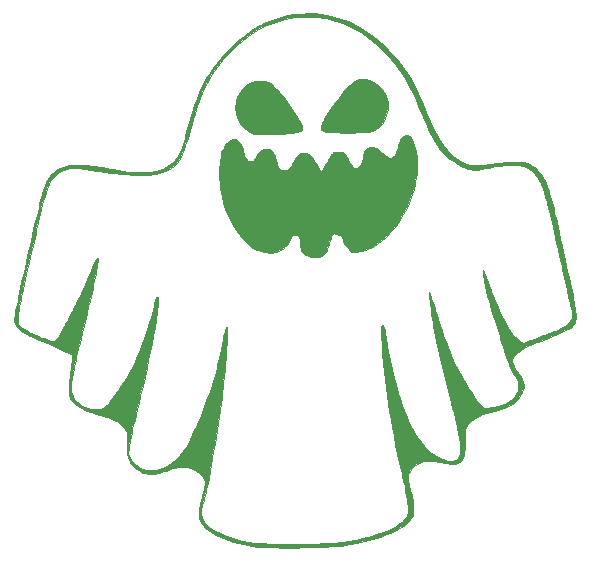
<source format=gbr>
%TF.GenerationSoftware,KiCad,Pcbnew,5.1.10*%
%TF.CreationDate,2021-09-11T14:13:10+02:00*%
%TF.ProjectId,seegeist,73656567-6569-4737-942e-6b696361645f,rev?*%
%TF.SameCoordinates,Original*%
%TF.FileFunction,Legend,Top*%
%TF.FilePolarity,Positive*%
%FSLAX46Y46*%
G04 Gerber Fmt 4.6, Leading zero omitted, Abs format (unit mm)*
G04 Created by KiCad (PCBNEW 5.1.10) date 2021-09-11 14:13:10*
%MOMM*%
%LPD*%
G01*
G04 APERTURE LIST*
%ADD10C,0.010000*%
%ADD11C,0.150000*%
G04 APERTURE END LIST*
D10*
%TO.C,G\u002A\u002A\u002A*%
G36*
X50440250Y-30254592D02*
G01*
X50619823Y-30294614D01*
X50688519Y-30317338D01*
X50943500Y-30429225D01*
X51192091Y-30572090D01*
X51426515Y-30740006D01*
X51638998Y-30927044D01*
X51821763Y-31127277D01*
X51914133Y-31251595D01*
X52043682Y-31470137D01*
X52151879Y-31709163D01*
X52235369Y-31958303D01*
X52290794Y-32207186D01*
X52314798Y-32445439D01*
X52315533Y-32491867D01*
X52297831Y-32753875D01*
X52246851Y-33022605D01*
X52165779Y-33291438D01*
X52057803Y-33553756D01*
X51926109Y-33802940D01*
X51773885Y-34032372D01*
X51604317Y-34235434D01*
X51420593Y-34405506D01*
X51378407Y-34437974D01*
X51245833Y-34521365D01*
X51089183Y-34591664D01*
X50905124Y-34649711D01*
X50690323Y-34696348D01*
X50441446Y-34732419D01*
X50155160Y-34758764D01*
X50091406Y-34763049D01*
X49981230Y-34768317D01*
X49834887Y-34772697D01*
X49658536Y-34776191D01*
X49458332Y-34778802D01*
X49240434Y-34780530D01*
X49010999Y-34781378D01*
X48776185Y-34781347D01*
X48542148Y-34780440D01*
X48315046Y-34778658D01*
X48101037Y-34776003D01*
X47906278Y-34772477D01*
X47736926Y-34768082D01*
X47599139Y-34762819D01*
X47588300Y-34762294D01*
X47360244Y-34748188D01*
X47170791Y-34730009D01*
X47016341Y-34706994D01*
X46893293Y-34678379D01*
X46798047Y-34643399D01*
X46727002Y-34601290D01*
X46694928Y-34572741D01*
X46663791Y-34537346D01*
X46645140Y-34503327D01*
X46635799Y-34458563D01*
X46632589Y-34390931D01*
X46632283Y-34333820D01*
X46633431Y-34254513D01*
X46639128Y-34192663D01*
X46652752Y-34135541D01*
X46677685Y-34070418D01*
X46717304Y-33984562D01*
X46734464Y-33948918D01*
X46846615Y-33731567D01*
X46984066Y-33489388D01*
X47142781Y-33228072D01*
X47318720Y-32953311D01*
X47507847Y-32670794D01*
X47706123Y-32386214D01*
X47909510Y-32105259D01*
X48113971Y-31833622D01*
X48315467Y-31576993D01*
X48509961Y-31341062D01*
X48693414Y-31131521D01*
X48853742Y-30962133D01*
X49073916Y-30753004D01*
X49281807Y-30581610D01*
X49480170Y-30446117D01*
X49671763Y-30344688D01*
X49859341Y-30275487D01*
X49902131Y-30263956D01*
X50066482Y-30238250D01*
X50250828Y-30235466D01*
X50440250Y-30254592D01*
G37*
X50440250Y-30254592D02*
X50619823Y-30294614D01*
X50688519Y-30317338D01*
X50943500Y-30429225D01*
X51192091Y-30572090D01*
X51426515Y-30740006D01*
X51638998Y-30927044D01*
X51821763Y-31127277D01*
X51914133Y-31251595D01*
X52043682Y-31470137D01*
X52151879Y-31709163D01*
X52235369Y-31958303D01*
X52290794Y-32207186D01*
X52314798Y-32445439D01*
X52315533Y-32491867D01*
X52297831Y-32753875D01*
X52246851Y-33022605D01*
X52165779Y-33291438D01*
X52057803Y-33553756D01*
X51926109Y-33802940D01*
X51773885Y-34032372D01*
X51604317Y-34235434D01*
X51420593Y-34405506D01*
X51378407Y-34437974D01*
X51245833Y-34521365D01*
X51089183Y-34591664D01*
X50905124Y-34649711D01*
X50690323Y-34696348D01*
X50441446Y-34732419D01*
X50155160Y-34758764D01*
X50091406Y-34763049D01*
X49981230Y-34768317D01*
X49834887Y-34772697D01*
X49658536Y-34776191D01*
X49458332Y-34778802D01*
X49240434Y-34780530D01*
X49010999Y-34781378D01*
X48776185Y-34781347D01*
X48542148Y-34780440D01*
X48315046Y-34778658D01*
X48101037Y-34776003D01*
X47906278Y-34772477D01*
X47736926Y-34768082D01*
X47599139Y-34762819D01*
X47588300Y-34762294D01*
X47360244Y-34748188D01*
X47170791Y-34730009D01*
X47016341Y-34706994D01*
X46893293Y-34678379D01*
X46798047Y-34643399D01*
X46727002Y-34601290D01*
X46694928Y-34572741D01*
X46663791Y-34537346D01*
X46645140Y-34503327D01*
X46635799Y-34458563D01*
X46632589Y-34390931D01*
X46632283Y-34333820D01*
X46633431Y-34254513D01*
X46639128Y-34192663D01*
X46652752Y-34135541D01*
X46677685Y-34070418D01*
X46717304Y-33984562D01*
X46734464Y-33948918D01*
X46846615Y-33731567D01*
X46984066Y-33489388D01*
X47142781Y-33228072D01*
X47318720Y-32953311D01*
X47507847Y-32670794D01*
X47706123Y-32386214D01*
X47909510Y-32105259D01*
X48113971Y-31833622D01*
X48315467Y-31576993D01*
X48509961Y-31341062D01*
X48693414Y-31131521D01*
X48853742Y-30962133D01*
X49073916Y-30753004D01*
X49281807Y-30581610D01*
X49480170Y-30446117D01*
X49671763Y-30344688D01*
X49859341Y-30275487D01*
X49902131Y-30263956D01*
X50066482Y-30238250D01*
X50250828Y-30235466D01*
X50440250Y-30254592D01*
G36*
X41634862Y-30395417D02*
G01*
X41769157Y-30402307D01*
X41879743Y-30416017D01*
X41975862Y-30438235D01*
X42066757Y-30470648D01*
X42161671Y-30514946D01*
X42178287Y-30523477D01*
X42300903Y-30599210D01*
X42442354Y-30707985D01*
X42599507Y-30846655D01*
X42769230Y-31012072D01*
X42948393Y-31201091D01*
X43133863Y-31410563D01*
X43322509Y-31637343D01*
X43459941Y-31811383D01*
X43640781Y-32050214D01*
X43819102Y-32294822D01*
X43992926Y-32541948D01*
X44160278Y-32788332D01*
X44319180Y-33030714D01*
X44467658Y-33265835D01*
X44603735Y-33490433D01*
X44725434Y-33701250D01*
X44830780Y-33895025D01*
X44917797Y-34068498D01*
X44984508Y-34218410D01*
X45028937Y-34341500D01*
X45048922Y-34432638D01*
X45054540Y-34500197D01*
X45050078Y-34539996D01*
X45030251Y-34566335D01*
X44989776Y-34593513D01*
X44989391Y-34593750D01*
X44903263Y-34636905D01*
X44789169Y-34676998D01*
X44645384Y-34714287D01*
X44470183Y-34749031D01*
X44261839Y-34781491D01*
X44018626Y-34811925D01*
X43738818Y-34840594D01*
X43420689Y-34867755D01*
X43062513Y-34893668D01*
X42939510Y-34901717D01*
X42769138Y-34911017D01*
X42581231Y-34918516D01*
X42382542Y-34924179D01*
X42179821Y-34927969D01*
X41979822Y-34929851D01*
X41789296Y-34929788D01*
X41614996Y-34927744D01*
X41463674Y-34923683D01*
X41342082Y-34917569D01*
X41266533Y-34910654D01*
X40989013Y-34862663D01*
X40742756Y-34791523D01*
X40521782Y-34694215D01*
X40320114Y-34567722D01*
X40131774Y-34409025D01*
X39998895Y-34270689D01*
X39803395Y-34026235D01*
X39645883Y-33773447D01*
X39522017Y-33504308D01*
X39430037Y-33220528D01*
X39408961Y-33136771D01*
X39394059Y-33061858D01*
X39384274Y-32985153D01*
X39378544Y-32896022D01*
X39375812Y-32783829D01*
X39375068Y-32668633D01*
X39375502Y-32529935D01*
X39378246Y-32422457D01*
X39384365Y-32335103D01*
X39394929Y-32256776D01*
X39411003Y-32176382D01*
X39430048Y-32097133D01*
X39525945Y-31790319D01*
X39652829Y-31507549D01*
X39809013Y-31251045D01*
X39992810Y-31023027D01*
X40202535Y-30825719D01*
X40436501Y-30661342D01*
X40578560Y-30583972D01*
X40732468Y-30513572D01*
X40874287Y-30462001D01*
X41015678Y-30426762D01*
X41168302Y-30405358D01*
X41343821Y-30395295D01*
X41467617Y-30393657D01*
X41634862Y-30395417D01*
G37*
X41634862Y-30395417D02*
X41769157Y-30402307D01*
X41879743Y-30416017D01*
X41975862Y-30438235D01*
X42066757Y-30470648D01*
X42161671Y-30514946D01*
X42178287Y-30523477D01*
X42300903Y-30599210D01*
X42442354Y-30707985D01*
X42599507Y-30846655D01*
X42769230Y-31012072D01*
X42948393Y-31201091D01*
X43133863Y-31410563D01*
X43322509Y-31637343D01*
X43459941Y-31811383D01*
X43640781Y-32050214D01*
X43819102Y-32294822D01*
X43992926Y-32541948D01*
X44160278Y-32788332D01*
X44319180Y-33030714D01*
X44467658Y-33265835D01*
X44603735Y-33490433D01*
X44725434Y-33701250D01*
X44830780Y-33895025D01*
X44917797Y-34068498D01*
X44984508Y-34218410D01*
X45028937Y-34341500D01*
X45048922Y-34432638D01*
X45054540Y-34500197D01*
X45050078Y-34539996D01*
X45030251Y-34566335D01*
X44989776Y-34593513D01*
X44989391Y-34593750D01*
X44903263Y-34636905D01*
X44789169Y-34676998D01*
X44645384Y-34714287D01*
X44470183Y-34749031D01*
X44261839Y-34781491D01*
X44018626Y-34811925D01*
X43738818Y-34840594D01*
X43420689Y-34867755D01*
X43062513Y-34893668D01*
X42939510Y-34901717D01*
X42769138Y-34911017D01*
X42581231Y-34918516D01*
X42382542Y-34924179D01*
X42179821Y-34927969D01*
X41979822Y-34929851D01*
X41789296Y-34929788D01*
X41614996Y-34927744D01*
X41463674Y-34923683D01*
X41342082Y-34917569D01*
X41266533Y-34910654D01*
X40989013Y-34862663D01*
X40742756Y-34791523D01*
X40521782Y-34694215D01*
X40320114Y-34567722D01*
X40131774Y-34409025D01*
X39998895Y-34270689D01*
X39803395Y-34026235D01*
X39645883Y-33773447D01*
X39522017Y-33504308D01*
X39430037Y-33220528D01*
X39408961Y-33136771D01*
X39394059Y-33061858D01*
X39384274Y-32985153D01*
X39378544Y-32896022D01*
X39375812Y-32783829D01*
X39375068Y-32668633D01*
X39375502Y-32529935D01*
X39378246Y-32422457D01*
X39384365Y-32335103D01*
X39394929Y-32256776D01*
X39411003Y-32176382D01*
X39430048Y-32097133D01*
X39525945Y-31790319D01*
X39652829Y-31507549D01*
X39809013Y-31251045D01*
X39992810Y-31023027D01*
X40202535Y-30825719D01*
X40436501Y-30661342D01*
X40578560Y-30583972D01*
X40732468Y-30513572D01*
X40874287Y-30462001D01*
X41015678Y-30426762D01*
X41168302Y-30405358D01*
X41343821Y-30395295D01*
X41467617Y-30393657D01*
X41634862Y-30395417D01*
G36*
X53974878Y-35013757D02*
G01*
X54092188Y-35080410D01*
X54128876Y-35110384D01*
X54245386Y-35235996D01*
X54350755Y-35398290D01*
X54445311Y-35598118D01*
X54529382Y-35836332D01*
X54603295Y-36113784D01*
X54667380Y-36431327D01*
X54690285Y-36569443D01*
X54708463Y-36717286D01*
X54722793Y-36898758D01*
X54733231Y-37105324D01*
X54739731Y-37328450D01*
X54742247Y-37559603D01*
X54740733Y-37790248D01*
X54735145Y-38011851D01*
X54725435Y-38215879D01*
X54711560Y-38393796D01*
X54700547Y-38489467D01*
X54614108Y-39017937D01*
X54499363Y-39526330D01*
X54354515Y-40019085D01*
X54177768Y-40500640D01*
X53967324Y-40975436D01*
X53721386Y-41447911D01*
X53438158Y-41922503D01*
X53116312Y-42402986D01*
X52792557Y-42838103D01*
X52463907Y-43231379D01*
X52130014Y-43583060D01*
X51790533Y-43893394D01*
X51445117Y-44162627D01*
X51093420Y-44391007D01*
X50735096Y-44578779D01*
X50369798Y-44726191D01*
X49997181Y-44833490D01*
X49616897Y-44900923D01*
X49611345Y-44901606D01*
X49453124Y-44913319D01*
X49322631Y-44902973D01*
X49209529Y-44866744D01*
X49103482Y-44800808D01*
X48994154Y-44701342D01*
X48953557Y-44658288D01*
X48814489Y-44491955D01*
X48691491Y-44316088D01*
X48589644Y-44139321D01*
X48514027Y-43970285D01*
X48475863Y-43846555D01*
X48451992Y-43766880D01*
X48421713Y-43695513D01*
X48400266Y-43660041D01*
X48313329Y-43568094D01*
X48206595Y-43485463D01*
X48088389Y-43415874D01*
X47967034Y-43363056D01*
X47850858Y-43330735D01*
X47748184Y-43322638D01*
X47678932Y-43337089D01*
X47624659Y-43375624D01*
X47568935Y-43447720D01*
X47511051Y-43554942D01*
X47450302Y-43698858D01*
X47385980Y-43881034D01*
X47317379Y-44103039D01*
X47289343Y-44200643D01*
X47224043Y-44419180D01*
X47158536Y-44613640D01*
X47094573Y-44779433D01*
X47033909Y-44911971D01*
X46985380Y-44996354D01*
X46898367Y-45093404D01*
X46777482Y-45179351D01*
X46630802Y-45248793D01*
X46582577Y-45265729D01*
X46509765Y-45286217D01*
X46432317Y-45300464D01*
X46339527Y-45309729D01*
X46220688Y-45315269D01*
X46145450Y-45317087D01*
X46033245Y-45318447D01*
X45932442Y-45318212D01*
X45852523Y-45316507D01*
X45802965Y-45313457D01*
X45796200Y-45312455D01*
X45582043Y-45259519D01*
X45389790Y-45189515D01*
X45223827Y-45104899D01*
X45088541Y-45008126D01*
X44988318Y-44901651D01*
X44948886Y-44838197D01*
X44931933Y-44801096D01*
X44918146Y-44759561D01*
X44906777Y-44707786D01*
X44897080Y-44639968D01*
X44888310Y-44550302D01*
X44879718Y-44432982D01*
X44870560Y-44282204D01*
X44865293Y-44188056D01*
X44854954Y-44027073D01*
X44842445Y-43901490D01*
X44825705Y-43804377D01*
X44802674Y-43728801D01*
X44771289Y-43667829D01*
X44729488Y-43614531D01*
X44680524Y-43566729D01*
X44569923Y-43489981D01*
X44453363Y-43450180D01*
X44337154Y-43447885D01*
X44227611Y-43483652D01*
X44170077Y-43521683D01*
X44127101Y-43564164D01*
X44085443Y-43623753D01*
X44040225Y-43708447D01*
X43992153Y-43813440D01*
X43920456Y-43970982D01*
X43855345Y-44097945D01*
X43790651Y-44204115D01*
X43720210Y-44299281D01*
X43637856Y-44393228D01*
X43605450Y-44427247D01*
X43404912Y-44604781D01*
X43180830Y-44749196D01*
X42938499Y-44857493D01*
X42748200Y-44913152D01*
X42640516Y-44930157D01*
X42502712Y-44940525D01*
X42346476Y-44944275D01*
X42183496Y-44941424D01*
X42025458Y-44931989D01*
X41884051Y-44915988D01*
X41857638Y-44911808D01*
X41557032Y-44844164D01*
X41266251Y-44743246D01*
X40984022Y-44608007D01*
X40709068Y-44437404D01*
X40440114Y-44230390D01*
X40175886Y-43985921D01*
X39915108Y-43702951D01*
X39656504Y-43380435D01*
X39398800Y-43017328D01*
X39231075Y-42758892D01*
X38962119Y-42291893D01*
X38726155Y-41799673D01*
X38523073Y-41281883D01*
X38352763Y-40738174D01*
X38215118Y-40168196D01*
X38110027Y-39571600D01*
X38037382Y-38948037D01*
X38036144Y-38933967D01*
X38021693Y-38722039D01*
X38012870Y-38488669D01*
X38009515Y-38243030D01*
X38011465Y-37994297D01*
X38018559Y-37751646D01*
X38030635Y-37524249D01*
X38047532Y-37321283D01*
X38067316Y-37163242D01*
X38126520Y-36832410D01*
X38196791Y-36540071D01*
X38279146Y-36283595D01*
X38374600Y-36060353D01*
X38484166Y-35867716D01*
X38608861Y-35703055D01*
X38647168Y-35661032D01*
X38732353Y-35576885D01*
X38813522Y-35511440D01*
X38906708Y-35452937D01*
X38994123Y-35406545D01*
X39133607Y-35343363D01*
X39247950Y-35309052D01*
X39342273Y-35302881D01*
X39421697Y-35324117D01*
X39451948Y-35341102D01*
X39510467Y-35390003D01*
X39582934Y-35466205D01*
X39661968Y-35560441D01*
X39740191Y-35663444D01*
X39810221Y-35765945D01*
X39864679Y-35858678D01*
X39865731Y-35860701D01*
X39937559Y-36013413D01*
X39987434Y-36157038D01*
X40020764Y-36309891D01*
X40038674Y-36446541D01*
X40075601Y-36635988D01*
X40143321Y-36811709D01*
X40237911Y-36967051D01*
X40355449Y-37095363D01*
X40470001Y-37177940D01*
X40571146Y-37224935D01*
X40657080Y-37238381D01*
X40736969Y-37219338D01*
X40754581Y-37210927D01*
X40825156Y-37160350D01*
X40910808Y-37075173D01*
X41008446Y-36959028D01*
X41114978Y-36815552D01*
X41208814Y-36676970D01*
X41317661Y-36517101D01*
X41415083Y-36391963D01*
X41506567Y-36297475D01*
X41597595Y-36229557D01*
X41693653Y-36184130D01*
X41800223Y-36157112D01*
X41922792Y-36144425D01*
X41924780Y-36144323D01*
X42106092Y-36148143D01*
X42258021Y-36180507D01*
X42383659Y-36242804D01*
X42486100Y-36336422D01*
X42546966Y-36423550D01*
X42591992Y-36510273D01*
X42637717Y-36619236D01*
X42685796Y-36755158D01*
X42737884Y-36922758D01*
X42795636Y-37126754D01*
X42802772Y-37152970D01*
X42859560Y-37352904D01*
X42912727Y-37515368D01*
X42965576Y-37644655D01*
X43021411Y-37745059D01*
X43083534Y-37820872D01*
X43155249Y-37876388D01*
X43239857Y-37915900D01*
X43340663Y-37943701D01*
X43422480Y-37958469D01*
X43554480Y-37971486D01*
X43669127Y-37964495D01*
X43770804Y-37934369D01*
X43863893Y-37877984D01*
X43952775Y-37792213D01*
X44041831Y-37673930D01*
X44135444Y-37520009D01*
X44197588Y-37405513D01*
X44313546Y-37196086D01*
X44429081Y-37008884D01*
X44541840Y-36846841D01*
X44649469Y-36712892D01*
X44749613Y-36609970D01*
X44839920Y-36541011D01*
X44916637Y-36509202D01*
X44978708Y-36503021D01*
X45063775Y-36501338D01*
X45147238Y-36504204D01*
X45321053Y-36536099D01*
X45493306Y-36607886D01*
X45661094Y-36717144D01*
X45821514Y-36861452D01*
X45971664Y-37038389D01*
X46108640Y-37245536D01*
X46169925Y-37357050D01*
X46255553Y-37515370D01*
X46340922Y-37659307D01*
X46421940Y-37782613D01*
X46494516Y-37879044D01*
X46551660Y-37939844D01*
X46626896Y-38005902D01*
X46699664Y-37935476D01*
X46773773Y-37850111D01*
X46861032Y-37724807D01*
X46961287Y-37559811D01*
X47074386Y-37355373D01*
X47176008Y-37159651D01*
X47250466Y-37013677D01*
X47310075Y-36899586D01*
X47358571Y-36811229D01*
X47399693Y-36742454D01*
X47437178Y-36687112D01*
X47474765Y-36639052D01*
X47516192Y-36592124D01*
X47529895Y-36577381D01*
X47603717Y-36506874D01*
X47677622Y-36457649D01*
X47762112Y-36425729D01*
X47867684Y-36407134D01*
X48003424Y-36397940D01*
X48147798Y-36396047D01*
X48270101Y-36404677D01*
X48374873Y-36427345D01*
X48466650Y-36467566D01*
X48549971Y-36528855D01*
X48629372Y-36614727D01*
X48709393Y-36728697D01*
X48794571Y-36874280D01*
X48889443Y-37054992D01*
X48913692Y-37103050D01*
X49020851Y-37306842D01*
X49122112Y-37479952D01*
X49215777Y-37619809D01*
X49300151Y-37723845D01*
X49360881Y-37780367D01*
X49412579Y-37815048D01*
X49454344Y-37825312D01*
X49506885Y-37815948D01*
X49510474Y-37814966D01*
X49635921Y-37762025D01*
X49763271Y-37675465D01*
X49884408Y-37562798D01*
X49991214Y-37431534D01*
X50073058Y-37294338D01*
X50105940Y-37220704D01*
X50129855Y-37147326D01*
X50147963Y-37061365D01*
X50163422Y-36949982D01*
X50168250Y-36907564D01*
X50196171Y-36711015D01*
X50234359Y-36548412D01*
X50285711Y-36412014D01*
X50353128Y-36294081D01*
X50437278Y-36189284D01*
X50565042Y-36075801D01*
X50700657Y-36003606D01*
X50843320Y-35972905D01*
X50992225Y-35983903D01*
X51105395Y-36018779D01*
X51208069Y-36064146D01*
X51309620Y-36117902D01*
X51415269Y-36183731D01*
X51530236Y-36265320D01*
X51659741Y-36366352D01*
X51809004Y-36490514D01*
X51965778Y-36626159D01*
X52114662Y-36745698D01*
X52254308Y-36836044D01*
X52380038Y-36894417D01*
X52448738Y-36913291D01*
X52554033Y-36912173D01*
X52660351Y-36873426D01*
X52761552Y-36801144D01*
X52851495Y-36699421D01*
X52907214Y-36607566D01*
X52942982Y-36532282D01*
X52978027Y-36446613D01*
X53014689Y-36343779D01*
X53055307Y-36217002D01*
X53102221Y-36059505D01*
X53130997Y-35959293D01*
X53170537Y-35828429D01*
X53214672Y-35695701D01*
X53258980Y-35573612D01*
X53299036Y-35474669D01*
X53313763Y-35442537D01*
X53408016Y-35276838D01*
X53511534Y-35147655D01*
X53622148Y-35055872D01*
X53737689Y-35002372D01*
X53855989Y-34988039D01*
X53974878Y-35013757D01*
G37*
X53974878Y-35013757D02*
X54092188Y-35080410D01*
X54128876Y-35110384D01*
X54245386Y-35235996D01*
X54350755Y-35398290D01*
X54445311Y-35598118D01*
X54529382Y-35836332D01*
X54603295Y-36113784D01*
X54667380Y-36431327D01*
X54690285Y-36569443D01*
X54708463Y-36717286D01*
X54722793Y-36898758D01*
X54733231Y-37105324D01*
X54739731Y-37328450D01*
X54742247Y-37559603D01*
X54740733Y-37790248D01*
X54735145Y-38011851D01*
X54725435Y-38215879D01*
X54711560Y-38393796D01*
X54700547Y-38489467D01*
X54614108Y-39017937D01*
X54499363Y-39526330D01*
X54354515Y-40019085D01*
X54177768Y-40500640D01*
X53967324Y-40975436D01*
X53721386Y-41447911D01*
X53438158Y-41922503D01*
X53116312Y-42402986D01*
X52792557Y-42838103D01*
X52463907Y-43231379D01*
X52130014Y-43583060D01*
X51790533Y-43893394D01*
X51445117Y-44162627D01*
X51093420Y-44391007D01*
X50735096Y-44578779D01*
X50369798Y-44726191D01*
X49997181Y-44833490D01*
X49616897Y-44900923D01*
X49611345Y-44901606D01*
X49453124Y-44913319D01*
X49322631Y-44902973D01*
X49209529Y-44866744D01*
X49103482Y-44800808D01*
X48994154Y-44701342D01*
X48953557Y-44658288D01*
X48814489Y-44491955D01*
X48691491Y-44316088D01*
X48589644Y-44139321D01*
X48514027Y-43970285D01*
X48475863Y-43846555D01*
X48451992Y-43766880D01*
X48421713Y-43695513D01*
X48400266Y-43660041D01*
X48313329Y-43568094D01*
X48206595Y-43485463D01*
X48088389Y-43415874D01*
X47967034Y-43363056D01*
X47850858Y-43330735D01*
X47748184Y-43322638D01*
X47678932Y-43337089D01*
X47624659Y-43375624D01*
X47568935Y-43447720D01*
X47511051Y-43554942D01*
X47450302Y-43698858D01*
X47385980Y-43881034D01*
X47317379Y-44103039D01*
X47289343Y-44200643D01*
X47224043Y-44419180D01*
X47158536Y-44613640D01*
X47094573Y-44779433D01*
X47033909Y-44911971D01*
X46985380Y-44996354D01*
X46898367Y-45093404D01*
X46777482Y-45179351D01*
X46630802Y-45248793D01*
X46582577Y-45265729D01*
X46509765Y-45286217D01*
X46432317Y-45300464D01*
X46339527Y-45309729D01*
X46220688Y-45315269D01*
X46145450Y-45317087D01*
X46033245Y-45318447D01*
X45932442Y-45318212D01*
X45852523Y-45316507D01*
X45802965Y-45313457D01*
X45796200Y-45312455D01*
X45582043Y-45259519D01*
X45389790Y-45189515D01*
X45223827Y-45104899D01*
X45088541Y-45008126D01*
X44988318Y-44901651D01*
X44948886Y-44838197D01*
X44931933Y-44801096D01*
X44918146Y-44759561D01*
X44906777Y-44707786D01*
X44897080Y-44639968D01*
X44888310Y-44550302D01*
X44879718Y-44432982D01*
X44870560Y-44282204D01*
X44865293Y-44188056D01*
X44854954Y-44027073D01*
X44842445Y-43901490D01*
X44825705Y-43804377D01*
X44802674Y-43728801D01*
X44771289Y-43667829D01*
X44729488Y-43614531D01*
X44680524Y-43566729D01*
X44569923Y-43489981D01*
X44453363Y-43450180D01*
X44337154Y-43447885D01*
X44227611Y-43483652D01*
X44170077Y-43521683D01*
X44127101Y-43564164D01*
X44085443Y-43623753D01*
X44040225Y-43708447D01*
X43992153Y-43813440D01*
X43920456Y-43970982D01*
X43855345Y-44097945D01*
X43790651Y-44204115D01*
X43720210Y-44299281D01*
X43637856Y-44393228D01*
X43605450Y-44427247D01*
X43404912Y-44604781D01*
X43180830Y-44749196D01*
X42938499Y-44857493D01*
X42748200Y-44913152D01*
X42640516Y-44930157D01*
X42502712Y-44940525D01*
X42346476Y-44944275D01*
X42183496Y-44941424D01*
X42025458Y-44931989D01*
X41884051Y-44915988D01*
X41857638Y-44911808D01*
X41557032Y-44844164D01*
X41266251Y-44743246D01*
X40984022Y-44608007D01*
X40709068Y-44437404D01*
X40440114Y-44230390D01*
X40175886Y-43985921D01*
X39915108Y-43702951D01*
X39656504Y-43380435D01*
X39398800Y-43017328D01*
X39231075Y-42758892D01*
X38962119Y-42291893D01*
X38726155Y-41799673D01*
X38523073Y-41281883D01*
X38352763Y-40738174D01*
X38215118Y-40168196D01*
X38110027Y-39571600D01*
X38037382Y-38948037D01*
X38036144Y-38933967D01*
X38021693Y-38722039D01*
X38012870Y-38488669D01*
X38009515Y-38243030D01*
X38011465Y-37994297D01*
X38018559Y-37751646D01*
X38030635Y-37524249D01*
X38047532Y-37321283D01*
X38067316Y-37163242D01*
X38126520Y-36832410D01*
X38196791Y-36540071D01*
X38279146Y-36283595D01*
X38374600Y-36060353D01*
X38484166Y-35867716D01*
X38608861Y-35703055D01*
X38647168Y-35661032D01*
X38732353Y-35576885D01*
X38813522Y-35511440D01*
X38906708Y-35452937D01*
X38994123Y-35406545D01*
X39133607Y-35343363D01*
X39247950Y-35309052D01*
X39342273Y-35302881D01*
X39421697Y-35324117D01*
X39451948Y-35341102D01*
X39510467Y-35390003D01*
X39582934Y-35466205D01*
X39661968Y-35560441D01*
X39740191Y-35663444D01*
X39810221Y-35765945D01*
X39864679Y-35858678D01*
X39865731Y-35860701D01*
X39937559Y-36013413D01*
X39987434Y-36157038D01*
X40020764Y-36309891D01*
X40038674Y-36446541D01*
X40075601Y-36635988D01*
X40143321Y-36811709D01*
X40237911Y-36967051D01*
X40355449Y-37095363D01*
X40470001Y-37177940D01*
X40571146Y-37224935D01*
X40657080Y-37238381D01*
X40736969Y-37219338D01*
X40754581Y-37210927D01*
X40825156Y-37160350D01*
X40910808Y-37075173D01*
X41008446Y-36959028D01*
X41114978Y-36815552D01*
X41208814Y-36676970D01*
X41317661Y-36517101D01*
X41415083Y-36391963D01*
X41506567Y-36297475D01*
X41597595Y-36229557D01*
X41693653Y-36184130D01*
X41800223Y-36157112D01*
X41922792Y-36144425D01*
X41924780Y-36144323D01*
X42106092Y-36148143D01*
X42258021Y-36180507D01*
X42383659Y-36242804D01*
X42486100Y-36336422D01*
X42546966Y-36423550D01*
X42591992Y-36510273D01*
X42637717Y-36619236D01*
X42685796Y-36755158D01*
X42737884Y-36922758D01*
X42795636Y-37126754D01*
X42802772Y-37152970D01*
X42859560Y-37352904D01*
X42912727Y-37515368D01*
X42965576Y-37644655D01*
X43021411Y-37745059D01*
X43083534Y-37820872D01*
X43155249Y-37876388D01*
X43239857Y-37915900D01*
X43340663Y-37943701D01*
X43422480Y-37958469D01*
X43554480Y-37971486D01*
X43669127Y-37964495D01*
X43770804Y-37934369D01*
X43863893Y-37877984D01*
X43952775Y-37792213D01*
X44041831Y-37673930D01*
X44135444Y-37520009D01*
X44197588Y-37405513D01*
X44313546Y-37196086D01*
X44429081Y-37008884D01*
X44541840Y-36846841D01*
X44649469Y-36712892D01*
X44749613Y-36609970D01*
X44839920Y-36541011D01*
X44916637Y-36509202D01*
X44978708Y-36503021D01*
X45063775Y-36501338D01*
X45147238Y-36504204D01*
X45321053Y-36536099D01*
X45493306Y-36607886D01*
X45661094Y-36717144D01*
X45821514Y-36861452D01*
X45971664Y-37038389D01*
X46108640Y-37245536D01*
X46169925Y-37357050D01*
X46255553Y-37515370D01*
X46340922Y-37659307D01*
X46421940Y-37782613D01*
X46494516Y-37879044D01*
X46551660Y-37939844D01*
X46626896Y-38005902D01*
X46699664Y-37935476D01*
X46773773Y-37850111D01*
X46861032Y-37724807D01*
X46961287Y-37559811D01*
X47074386Y-37355373D01*
X47176008Y-37159651D01*
X47250466Y-37013677D01*
X47310075Y-36899586D01*
X47358571Y-36811229D01*
X47399693Y-36742454D01*
X47437178Y-36687112D01*
X47474765Y-36639052D01*
X47516192Y-36592124D01*
X47529895Y-36577381D01*
X47603717Y-36506874D01*
X47677622Y-36457649D01*
X47762112Y-36425729D01*
X47867684Y-36407134D01*
X48003424Y-36397940D01*
X48147798Y-36396047D01*
X48270101Y-36404677D01*
X48374873Y-36427345D01*
X48466650Y-36467566D01*
X48549971Y-36528855D01*
X48629372Y-36614727D01*
X48709393Y-36728697D01*
X48794571Y-36874280D01*
X48889443Y-37054992D01*
X48913692Y-37103050D01*
X49020851Y-37306842D01*
X49122112Y-37479952D01*
X49215777Y-37619809D01*
X49300151Y-37723845D01*
X49360881Y-37780367D01*
X49412579Y-37815048D01*
X49454344Y-37825312D01*
X49506885Y-37815948D01*
X49510474Y-37814966D01*
X49635921Y-37762025D01*
X49763271Y-37675465D01*
X49884408Y-37562798D01*
X49991214Y-37431534D01*
X50073058Y-37294338D01*
X50105940Y-37220704D01*
X50129855Y-37147326D01*
X50147963Y-37061365D01*
X50163422Y-36949982D01*
X50168250Y-36907564D01*
X50196171Y-36711015D01*
X50234359Y-36548412D01*
X50285711Y-36412014D01*
X50353128Y-36294081D01*
X50437278Y-36189284D01*
X50565042Y-36075801D01*
X50700657Y-36003606D01*
X50843320Y-35972905D01*
X50992225Y-35983903D01*
X51105395Y-36018779D01*
X51208069Y-36064146D01*
X51309620Y-36117902D01*
X51415269Y-36183731D01*
X51530236Y-36265320D01*
X51659741Y-36366352D01*
X51809004Y-36490514D01*
X51965778Y-36626159D01*
X52114662Y-36745698D01*
X52254308Y-36836044D01*
X52380038Y-36894417D01*
X52448738Y-36913291D01*
X52554033Y-36912173D01*
X52660351Y-36873426D01*
X52761552Y-36801144D01*
X52851495Y-36699421D01*
X52907214Y-36607566D01*
X52942982Y-36532282D01*
X52978027Y-36446613D01*
X53014689Y-36343779D01*
X53055307Y-36217002D01*
X53102221Y-36059505D01*
X53130997Y-35959293D01*
X53170537Y-35828429D01*
X53214672Y-35695701D01*
X53258980Y-35573612D01*
X53299036Y-35474669D01*
X53313763Y-35442537D01*
X53408016Y-35276838D01*
X53511534Y-35147655D01*
X53622148Y-35055872D01*
X53737689Y-35002372D01*
X53855989Y-34988039D01*
X53974878Y-35013757D01*
G36*
X46023466Y-24700243D02*
G01*
X46537033Y-24742552D01*
X47141195Y-24834895D01*
X47735361Y-24968067D01*
X48318729Y-25141577D01*
X48890502Y-25354932D01*
X49449878Y-25607641D01*
X49996060Y-25899209D01*
X50528247Y-26229146D01*
X51045639Y-26596960D01*
X51547438Y-27002156D01*
X52032844Y-27444245D01*
X52501057Y-27922732D01*
X52951277Y-28437127D01*
X53342190Y-28932717D01*
X53744956Y-29501008D01*
X54121760Y-30099211D01*
X54474226Y-30729953D01*
X54589741Y-30954133D01*
X54673347Y-31120646D01*
X54746566Y-31268815D01*
X54812501Y-31405566D01*
X54874254Y-31537829D01*
X54934927Y-31672532D01*
X54997621Y-31816603D01*
X55065439Y-31976972D01*
X55141483Y-32160567D01*
X55228854Y-32374315D01*
X55261225Y-32453940D01*
X55393102Y-32776535D01*
X55513305Y-33065786D01*
X55624667Y-33328119D01*
X55730026Y-33569960D01*
X55832215Y-33797734D01*
X55934070Y-34017866D01*
X56038427Y-34236783D01*
X56135827Y-34436050D01*
X56317772Y-34794274D01*
X56492442Y-35116008D01*
X56663124Y-35405759D01*
X56833106Y-35668031D01*
X57005676Y-35907329D01*
X57184122Y-36128158D01*
X57371732Y-36335024D01*
X57571792Y-36532432D01*
X57787592Y-36724886D01*
X57836088Y-36765822D01*
X58082710Y-36963937D01*
X58311752Y-37129121D01*
X58529197Y-37263614D01*
X58741027Y-37369654D01*
X58953225Y-37449481D01*
X59171774Y-37505333D01*
X59402657Y-37539449D01*
X59651857Y-37554068D01*
X59925356Y-37551428D01*
X59934508Y-37551087D01*
X60060662Y-37545547D01*
X60182441Y-37538437D01*
X60305774Y-37529124D01*
X60436590Y-37516974D01*
X60580821Y-37501354D01*
X60744394Y-37481630D01*
X60933241Y-37457168D01*
X61153290Y-37427336D01*
X61353700Y-37399468D01*
X61776011Y-37343550D01*
X62160469Y-37299895D01*
X62509812Y-37268760D01*
X62826783Y-37250403D01*
X63114122Y-37245082D01*
X63374571Y-37253054D01*
X63610869Y-37274578D01*
X63825759Y-37309910D01*
X64021980Y-37359308D01*
X64202275Y-37423030D01*
X64369383Y-37501334D01*
X64526046Y-37594477D01*
X64675004Y-37702717D01*
X64687662Y-37712834D01*
X64791224Y-37803638D01*
X64909810Y-37919717D01*
X65034556Y-38051399D01*
X65156598Y-38189010D01*
X65267070Y-38322877D01*
X65357109Y-38443326D01*
X65357191Y-38443444D01*
X65406541Y-38517169D01*
X65454876Y-38595517D01*
X65502561Y-38679873D01*
X65549965Y-38771623D01*
X65597455Y-38872152D01*
X65645398Y-38982845D01*
X65694162Y-39105086D01*
X65744115Y-39240262D01*
X65795623Y-39389757D01*
X65849054Y-39554957D01*
X65904776Y-39737246D01*
X65963156Y-39938010D01*
X66024562Y-40158633D01*
X66089361Y-40400502D01*
X66157920Y-40665000D01*
X66230607Y-40953514D01*
X66307790Y-41267428D01*
X66389836Y-41608128D01*
X66477111Y-41976998D01*
X66569985Y-42375424D01*
X66668824Y-42804791D01*
X66773996Y-43266485D01*
X66885868Y-43761889D01*
X67004807Y-44292389D01*
X67131182Y-44859371D01*
X67265359Y-45464220D01*
X67407706Y-46108320D01*
X67491961Y-46490467D01*
X67598597Y-46977262D01*
X67695293Y-47424895D01*
X67782333Y-47835285D01*
X67860003Y-48210347D01*
X67928590Y-48552000D01*
X67988380Y-48862161D01*
X68039658Y-49142748D01*
X68082710Y-49395678D01*
X68117822Y-49622869D01*
X68145281Y-49826238D01*
X68165371Y-50007702D01*
X68178379Y-50169180D01*
X68184591Y-50312589D01*
X68184293Y-50439845D01*
X68177771Y-50552868D01*
X68165310Y-50653574D01*
X68147197Y-50743881D01*
X68133671Y-50794088D01*
X68089021Y-50924407D01*
X68037841Y-51025036D01*
X67971348Y-51108556D01*
X67880758Y-51187549D01*
X67835917Y-51220619D01*
X67694075Y-51312915D01*
X67512495Y-51416023D01*
X67292243Y-51529472D01*
X67034381Y-51652789D01*
X66739975Y-51785502D01*
X66410088Y-51927139D01*
X66045785Y-52077227D01*
X65648129Y-52235294D01*
X65218186Y-52400869D01*
X64941450Y-52505007D01*
X64616017Y-52630782D01*
X64327664Y-52751909D01*
X64071754Y-52870933D01*
X63843649Y-52990404D01*
X63638713Y-53112866D01*
X63452307Y-53240868D01*
X63279796Y-53376956D01*
X63158336Y-53484383D01*
X63056438Y-53589816D01*
X62962821Y-53707231D01*
X62884700Y-53826138D01*
X62829294Y-53936044D01*
X62811009Y-53989263D01*
X62797489Y-54053367D01*
X62797677Y-54109169D01*
X62812617Y-54176513D01*
X62822642Y-54210108D01*
X62882026Y-54368227D01*
X62970488Y-54552015D01*
X63088545Y-54762427D01*
X63236715Y-55000418D01*
X63314916Y-55119102D01*
X63439172Y-55308261D01*
X63539573Y-55469851D01*
X63618644Y-55609412D01*
X63678909Y-55732484D01*
X63722894Y-55844607D01*
X63753122Y-55951322D01*
X63772119Y-56058169D01*
X63780436Y-56140657D01*
X63776768Y-56320714D01*
X63739162Y-56510736D01*
X63666740Y-56713193D01*
X63558623Y-56930556D01*
X63418405Y-57158589D01*
X63313332Y-57304557D01*
X63199422Y-57438029D01*
X63073545Y-57560648D01*
X62932572Y-57674054D01*
X62773373Y-57779887D01*
X62592819Y-57879789D01*
X62387779Y-57975400D01*
X62155125Y-58068361D01*
X61891726Y-58160314D01*
X61594454Y-58252898D01*
X61260178Y-58347756D01*
X61036200Y-58407583D01*
X60827773Y-58463107D01*
X60653137Y-58512085D01*
X60504748Y-58557125D01*
X60375066Y-58600835D01*
X60256548Y-58645822D01*
X60141652Y-58694694D01*
X60022837Y-58750059D01*
X59967283Y-58777194D01*
X59811675Y-58857643D01*
X59678466Y-58935870D01*
X59557956Y-59019135D01*
X59440444Y-59114694D01*
X59316229Y-59229808D01*
X59183243Y-59363824D01*
X59094749Y-59456185D01*
X59019821Y-59538209D01*
X58957352Y-59614317D01*
X58906238Y-59688933D01*
X58865372Y-59766476D01*
X58833648Y-59851370D01*
X58809962Y-59948035D01*
X58793206Y-60060893D01*
X58782276Y-60194367D01*
X58776065Y-60352878D01*
X58773467Y-60540847D01*
X58773378Y-60762696D01*
X58774546Y-60998106D01*
X58775634Y-61238553D01*
X58775553Y-61441125D01*
X58773844Y-61610275D01*
X58770051Y-61750454D01*
X58763716Y-61866116D01*
X58754383Y-61961712D01*
X58741594Y-62041695D01*
X58724893Y-62110517D01*
X58703821Y-62172631D01*
X58677922Y-62232489D01*
X58646739Y-62294544D01*
X58640148Y-62307008D01*
X58555096Y-62440567D01*
X58448748Y-62567207D01*
X58331457Y-62676238D01*
X58213577Y-62756970D01*
X58194831Y-62766808D01*
X58133192Y-62793804D01*
X58067353Y-62813684D01*
X57992746Y-62826328D01*
X57904801Y-62831614D01*
X57798948Y-62829421D01*
X57670620Y-62819629D01*
X57515246Y-62802116D01*
X57328258Y-62776761D01*
X57105086Y-62743444D01*
X57062089Y-62736804D01*
X56761980Y-62691189D01*
X56499531Y-62653532D01*
X56270850Y-62623682D01*
X56072047Y-62601485D01*
X55899234Y-62586791D01*
X55748518Y-62579448D01*
X55616010Y-62579302D01*
X55497820Y-62586203D01*
X55390058Y-62599997D01*
X55288833Y-62620534D01*
X55190256Y-62647661D01*
X55145890Y-62661922D01*
X54924930Y-62755571D01*
X54708974Y-62884502D01*
X54506559Y-63041810D01*
X54326223Y-63220590D01*
X54176503Y-63413939D01*
X54135891Y-63478710D01*
X54064282Y-63605933D01*
X54015134Y-63711359D01*
X53985221Y-63806839D01*
X53971319Y-63904224D01*
X53970199Y-64015366D01*
X53973211Y-64076353D01*
X53977288Y-64133086D01*
X53982912Y-64189008D01*
X53991032Y-64248514D01*
X54002600Y-64316003D01*
X54018564Y-64395869D01*
X54039876Y-64492511D01*
X54067486Y-64610325D01*
X54102344Y-64753708D01*
X54145400Y-64927055D01*
X54197605Y-65134765D01*
X54227899Y-65254717D01*
X54286521Y-65491334D01*
X54333895Y-65694384D01*
X54371217Y-65870760D01*
X54399686Y-66027358D01*
X54420500Y-66171071D01*
X54434857Y-66308794D01*
X54443955Y-66447422D01*
X54446729Y-66514133D01*
X54445432Y-66763786D01*
X54421024Y-66983521D01*
X54370803Y-67180509D01*
X54292066Y-67361920D01*
X54182113Y-67534925D01*
X54038241Y-67706695D01*
X53971241Y-67776012D01*
X53812063Y-67917566D01*
X53614331Y-68063500D01*
X53381382Y-68212088D01*
X53116552Y-68361603D01*
X52823178Y-68510320D01*
X52504597Y-68656511D01*
X52164146Y-68798451D01*
X51805160Y-68934412D01*
X51580011Y-69013165D01*
X50933286Y-69218201D01*
X50291864Y-69392145D01*
X49647333Y-69536713D01*
X48991275Y-69653620D01*
X48315275Y-69744584D01*
X47701200Y-69804212D01*
X47406389Y-69825505D01*
X47074438Y-69844870D01*
X46710502Y-69862219D01*
X46319733Y-69877463D01*
X45907286Y-69890512D01*
X45478314Y-69901278D01*
X45037972Y-69909672D01*
X44591412Y-69915605D01*
X44143789Y-69918988D01*
X43700257Y-69919732D01*
X43265968Y-69917748D01*
X42846078Y-69912946D01*
X42445739Y-69905239D01*
X42210573Y-69898991D01*
X41943522Y-69890099D01*
X41711520Y-69880026D01*
X41507290Y-69868125D01*
X41323549Y-69853753D01*
X41153020Y-69836262D01*
X40988421Y-69815009D01*
X40822473Y-69789347D01*
X40667247Y-69762187D01*
X40131858Y-69655488D01*
X39626611Y-69536887D01*
X39152674Y-69406889D01*
X38711218Y-69265995D01*
X38303411Y-69114708D01*
X37930423Y-68953533D01*
X37593424Y-68782971D01*
X37293583Y-68603526D01*
X37032068Y-68415702D01*
X36810051Y-68220000D01*
X36638130Y-68028950D01*
X36535789Y-67884223D01*
X36438687Y-67718868D01*
X36354830Y-67548082D01*
X36292224Y-67387062D01*
X36281201Y-67351390D01*
X36264440Y-67282294D01*
X36254877Y-67209121D01*
X36251722Y-67120141D01*
X36254183Y-67003620D01*
X36255516Y-66970390D01*
X36257754Y-66916574D01*
X36260039Y-66869371D01*
X36263195Y-66825063D01*
X36268044Y-66779933D01*
X36275408Y-66730261D01*
X36286112Y-66672331D01*
X36300977Y-66602424D01*
X36320827Y-66516823D01*
X36346485Y-66411809D01*
X36378773Y-66283665D01*
X36418514Y-66128672D01*
X36466532Y-65943113D01*
X36523649Y-65723270D01*
X36576683Y-65519300D01*
X36645051Y-65245533D01*
X36698109Y-65007045D01*
X36736116Y-64799749D01*
X36759328Y-64619556D01*
X36768005Y-64462379D01*
X36762403Y-64324129D01*
X36742780Y-64200719D01*
X36709395Y-64088061D01*
X36672351Y-64001700D01*
X36596267Y-63882033D01*
X36485296Y-63757335D01*
X36345854Y-63631866D01*
X36184355Y-63509885D01*
X36007213Y-63395651D01*
X35820845Y-63293424D01*
X35631664Y-63207464D01*
X35446086Y-63142029D01*
X35334500Y-63113388D01*
X35245274Y-63099094D01*
X35131694Y-63087774D01*
X35011716Y-63080992D01*
X34948283Y-63079758D01*
X34814894Y-63082223D01*
X34683510Y-63091215D01*
X34548716Y-63107914D01*
X34405093Y-63133500D01*
X34247225Y-63169155D01*
X34069692Y-63216058D01*
X33867078Y-63275390D01*
X33633966Y-63348332D01*
X33466617Y-63402587D01*
X33257468Y-63470435D01*
X33081973Y-63525693D01*
X32933927Y-63570036D01*
X32807126Y-63605139D01*
X32695366Y-63632679D01*
X32592442Y-63654329D01*
X32492152Y-63671767D01*
X32442017Y-63679292D01*
X32266299Y-63693774D01*
X32078580Y-63690946D01*
X31897475Y-63671733D01*
X31773283Y-63646100D01*
X31591189Y-63583414D01*
X31395363Y-63490413D01*
X31194643Y-63372598D01*
X30997864Y-63235468D01*
X30813864Y-63084526D01*
X30704367Y-62980667D01*
X30547223Y-62807173D01*
X30422084Y-62633752D01*
X30325379Y-62452397D01*
X30253536Y-62255099D01*
X30202983Y-62033850D01*
X30170404Y-61783383D01*
X30162995Y-61694521D01*
X30158771Y-61613519D01*
X30158004Y-61532068D01*
X30160969Y-61441855D01*
X30167942Y-61334572D01*
X30179194Y-61201906D01*
X30195002Y-61035547D01*
X30195118Y-61034360D01*
X30212952Y-60841141D01*
X30224677Y-60683556D01*
X30230131Y-60555325D01*
X30229157Y-60450170D01*
X30221593Y-60361809D01*
X30207280Y-60283965D01*
X30186058Y-60210358D01*
X30173225Y-60174298D01*
X30113901Y-60050827D01*
X30025494Y-59912892D01*
X29914851Y-59768419D01*
X29788817Y-59625336D01*
X29654238Y-59491569D01*
X29517958Y-59375044D01*
X29424890Y-59307764D01*
X29310687Y-59235578D01*
X29190980Y-59167020D01*
X29062024Y-59100624D01*
X28920074Y-59034923D01*
X28761386Y-58968453D01*
X28582215Y-58899745D01*
X28378817Y-58827333D01*
X28147447Y-58749751D01*
X27884360Y-58665532D01*
X27585812Y-58573211D01*
X27423533Y-58523995D01*
X27214806Y-58460764D01*
X27041228Y-58407383D01*
X26897305Y-58361862D01*
X26777543Y-58322210D01*
X26676446Y-58286438D01*
X26588520Y-58252556D01*
X26508271Y-58218574D01*
X26430204Y-58182503D01*
X26348824Y-58142353D01*
X26297711Y-58116295D01*
X26038650Y-57962697D01*
X25808524Y-57781584D01*
X25599865Y-57566969D01*
X25573333Y-57535582D01*
X25469456Y-57407232D01*
X25389152Y-57296644D01*
X25329701Y-57195302D01*
X25288387Y-57094689D01*
X25262489Y-56986288D01*
X25249290Y-56861581D01*
X25246072Y-56712051D01*
X25250116Y-56529182D01*
X25250308Y-56523467D01*
X25253798Y-56436138D01*
X25258612Y-56346079D01*
X25265116Y-56249900D01*
X25273676Y-56144218D01*
X25284659Y-56025645D01*
X25298431Y-55890795D01*
X25315358Y-55736282D01*
X25335807Y-55558719D01*
X25360144Y-55354721D01*
X25388735Y-55120902D01*
X25421946Y-54853874D01*
X25460144Y-54550252D01*
X25485003Y-54353883D01*
X25506416Y-54181596D01*
X25525314Y-54022779D01*
X25541188Y-53882272D01*
X25553525Y-53764914D01*
X25561815Y-53675542D01*
X25565547Y-53618995D01*
X25564619Y-53600197D01*
X25541712Y-53587752D01*
X25484711Y-53559676D01*
X25397991Y-53518008D01*
X25285923Y-53464793D01*
X25152883Y-53402071D01*
X25003243Y-53331885D01*
X24841377Y-53256278D01*
X24671658Y-53177291D01*
X24498459Y-53096967D01*
X24326155Y-53017347D01*
X24159119Y-52940475D01*
X24001724Y-52868392D01*
X23858344Y-52803140D01*
X23835783Y-52792921D01*
X23641892Y-52706097D01*
X23431479Y-52613510D01*
X23212225Y-52518422D01*
X22991810Y-52424095D01*
X22777915Y-52333790D01*
X22578222Y-52250769D01*
X22400411Y-52178293D01*
X22252163Y-52119624D01*
X22231249Y-52111564D01*
X22007970Y-52017519D01*
X21776567Y-51905084D01*
X21554854Y-51783353D01*
X21396549Y-51685463D01*
X21258893Y-51585561D01*
X21121224Y-51468875D01*
X20991161Y-51343182D01*
X20876328Y-51216259D01*
X20784346Y-51095883D01*
X20730463Y-51005812D01*
X20687985Y-50914479D01*
X20659023Y-50832503D01*
X20642931Y-50750853D01*
X20639059Y-50660497D01*
X20642768Y-50608436D01*
X20926580Y-50608436D01*
X20928663Y-50690725D01*
X20934601Y-50763625D01*
X20944111Y-50828648D01*
X20956907Y-50887309D01*
X20960910Y-50902328D01*
X20982132Y-50968173D01*
X21009241Y-51022982D01*
X21049812Y-51078108D01*
X21111418Y-51144902D01*
X21146118Y-51179893D01*
X21235941Y-51262226D01*
X21339957Y-51343075D01*
X21463055Y-51425460D01*
X21610125Y-51512400D01*
X21786055Y-51606914D01*
X21995736Y-51712021D01*
X22052342Y-51739505D01*
X22280499Y-51846885D01*
X22510002Y-51949623D01*
X22737050Y-52046371D01*
X22957838Y-52135780D01*
X23168565Y-52216503D01*
X23365427Y-52287193D01*
X23544622Y-52346499D01*
X23702346Y-52393076D01*
X23834797Y-52425574D01*
X23938173Y-52442647D01*
X24008669Y-52442945D01*
X24025035Y-52438774D01*
X24072849Y-52407353D01*
X24137583Y-52345538D01*
X24214102Y-52259072D01*
X24297272Y-52153694D01*
X24368472Y-52054826D01*
X24424042Y-51969145D01*
X24496455Y-51849181D01*
X24583778Y-51698593D01*
X24684077Y-51521039D01*
X24795419Y-51320176D01*
X24915871Y-51099665D01*
X25043499Y-50863163D01*
X25176370Y-50614329D01*
X25312551Y-50356820D01*
X25450107Y-50094297D01*
X25587107Y-49830416D01*
X25721616Y-49568837D01*
X25851702Y-49313218D01*
X25975430Y-49067218D01*
X26090868Y-48834494D01*
X26196082Y-48618706D01*
X26289139Y-48423512D01*
X26302289Y-48395467D01*
X26388622Y-48209718D01*
X26470311Y-48031286D01*
X26550450Y-47853131D01*
X26632133Y-47668213D01*
X26718451Y-47469491D01*
X26812500Y-47249925D01*
X26917370Y-47002474D01*
X26988758Y-46832973D01*
X27121240Y-46520112D01*
X27239271Y-46246288D01*
X27343158Y-46010860D01*
X27433206Y-45813185D01*
X27509722Y-45652622D01*
X27573010Y-45528530D01*
X27623378Y-45440267D01*
X27661132Y-45387193D01*
X27686576Y-45368665D01*
X27687405Y-45368633D01*
X27713190Y-45376290D01*
X27730128Y-45402063D01*
X27738307Y-45450158D01*
X27737810Y-45524777D01*
X27728726Y-45630125D01*
X27711139Y-45770407D01*
X27697570Y-45866050D01*
X27674231Y-46017838D01*
X27646241Y-46184543D01*
X27613220Y-46367880D01*
X27574788Y-46569567D01*
X27530566Y-46791320D01*
X27480172Y-47034855D01*
X27423228Y-47301890D01*
X27359353Y-47594141D01*
X27288167Y-47913324D01*
X27209290Y-48261157D01*
X27122343Y-48639356D01*
X27026944Y-49049637D01*
X26922715Y-49493718D01*
X26809275Y-49973315D01*
X26686244Y-50490144D01*
X26553243Y-51045923D01*
X26523877Y-51168300D01*
X26399514Y-51686936D01*
X26284903Y-52166320D01*
X26179659Y-52608300D01*
X26083395Y-53014725D01*
X25995726Y-53387444D01*
X25916268Y-53728305D01*
X25844633Y-54039158D01*
X25780436Y-54321852D01*
X25723293Y-54578235D01*
X25672816Y-54810156D01*
X25628622Y-55019464D01*
X25590323Y-55208008D01*
X25557535Y-55377637D01*
X25529872Y-55530200D01*
X25506949Y-55667545D01*
X25488379Y-55791522D01*
X25473777Y-55903978D01*
X25462758Y-56006764D01*
X25454935Y-56101728D01*
X25449924Y-56190719D01*
X25447339Y-56275585D01*
X25446768Y-56332967D01*
X25447028Y-56461670D01*
X25449247Y-56558253D01*
X25454613Y-56632919D01*
X25464316Y-56695874D01*
X25479544Y-56757322D01*
X25501488Y-56827469D01*
X25505962Y-56840967D01*
X25610691Y-57101242D01*
X25741819Y-57329438D01*
X25901694Y-57528313D01*
X26092667Y-57700628D01*
X26317087Y-57849141D01*
X26404587Y-57896323D01*
X26652186Y-58008664D01*
X26901201Y-58091312D01*
X27161060Y-58146428D01*
X27441189Y-58176170D01*
X27656367Y-58183062D01*
X27782262Y-58183474D01*
X27874559Y-58182225D01*
X27941991Y-58178234D01*
X27993290Y-58170419D01*
X28037186Y-58157698D01*
X28082413Y-58138989D01*
X28108144Y-58127103D01*
X28216645Y-58061906D01*
X28340475Y-57960581D01*
X28480260Y-57822519D01*
X28636624Y-57647112D01*
X28776872Y-57475967D01*
X29033147Y-57146110D01*
X29287538Y-56804667D01*
X29536211Y-56457359D01*
X29775331Y-56109905D01*
X30001063Y-55768024D01*
X30209573Y-55437437D01*
X30397027Y-55123864D01*
X30559589Y-54833023D01*
X30600328Y-54756050D01*
X30724968Y-54505822D01*
X30857106Y-54219407D01*
X30994950Y-53901916D01*
X31136704Y-53558463D01*
X31280574Y-53194161D01*
X31424767Y-52814122D01*
X31567489Y-52423458D01*
X31706945Y-52027284D01*
X31841342Y-51630711D01*
X31968884Y-51238853D01*
X32087780Y-50856822D01*
X32196234Y-50489731D01*
X32292451Y-50142693D01*
X32374640Y-49820821D01*
X32441004Y-49529227D01*
X32450585Y-49483028D01*
X32501592Y-49247863D01*
X32550261Y-49054143D01*
X32596907Y-48901063D01*
X32641842Y-48787818D01*
X32685381Y-48713603D01*
X32727838Y-48677614D01*
X32765050Y-48677111D01*
X32794490Y-48696601D01*
X32816708Y-48731706D01*
X32831634Y-48785402D01*
X32839194Y-48860663D01*
X32839319Y-48960466D01*
X32831937Y-49087785D01*
X32816978Y-49245596D01*
X32794369Y-49436874D01*
X32764039Y-49664594D01*
X32736838Y-49856559D01*
X32634792Y-50540159D01*
X32526576Y-51219135D01*
X32411284Y-51898028D01*
X32288009Y-52581379D01*
X32155842Y-53273729D01*
X32013877Y-53979617D01*
X31861207Y-54703585D01*
X31696924Y-55450174D01*
X31520122Y-56223925D01*
X31329893Y-57029377D01*
X31180726Y-57645300D01*
X31054400Y-58164602D01*
X30939079Y-58644502D01*
X30834469Y-59086396D01*
X30740274Y-59491680D01*
X30656202Y-59861750D01*
X30581958Y-60198003D01*
X30517248Y-60501833D01*
X30461777Y-60774638D01*
X30415253Y-61017812D01*
X30377380Y-61232752D01*
X30347864Y-61420854D01*
X30326412Y-61583513D01*
X30312729Y-61722127D01*
X30308609Y-61784754D01*
X30303683Y-61888123D01*
X30302923Y-61961060D01*
X30308031Y-62015393D01*
X30320706Y-62062951D01*
X30342650Y-62115563D01*
X30362106Y-62156853D01*
X30448259Y-62313252D01*
X30559487Y-62478697D01*
X30687910Y-62643798D01*
X30825647Y-62799162D01*
X30964819Y-62935397D01*
X31097546Y-63043113D01*
X31117117Y-63056707D01*
X31326518Y-63182892D01*
X31536210Y-63275921D01*
X31754327Y-63337949D01*
X31989003Y-63371133D01*
X32248371Y-63377630D01*
X32318815Y-63375303D01*
X32633796Y-63340815D01*
X32948572Y-63265641D01*
X33260726Y-63151372D01*
X33567840Y-62999597D01*
X33867497Y-62811908D01*
X34157278Y-62589894D01*
X34434766Y-62335145D01*
X34697544Y-62049252D01*
X34943194Y-61733803D01*
X35049920Y-61578993D01*
X35236803Y-61281627D01*
X35429238Y-60945752D01*
X35625916Y-60574633D01*
X35825529Y-60171535D01*
X36026766Y-59739723D01*
X36228319Y-59282460D01*
X36428877Y-58803013D01*
X36627132Y-58304645D01*
X36821774Y-57790622D01*
X37011494Y-57264208D01*
X37194982Y-56728668D01*
X37370930Y-56187267D01*
X37538027Y-55643269D01*
X37694964Y-55099939D01*
X37794080Y-54736767D01*
X37859334Y-54481832D01*
X37929094Y-54190843D01*
X38002064Y-53869679D01*
X38076951Y-53524221D01*
X38152460Y-53160349D01*
X38227297Y-52783941D01*
X38251133Y-52660550D01*
X38310771Y-52356200D01*
X38366528Y-52085094D01*
X38418120Y-51848361D01*
X38465261Y-51647129D01*
X38507664Y-51482528D01*
X38545044Y-51355687D01*
X38577116Y-51267734D01*
X38603594Y-51219800D01*
X38617935Y-51210633D01*
X38633076Y-51231277D01*
X38644224Y-51291524D01*
X38651517Y-51388845D01*
X38655093Y-51520712D01*
X38655090Y-51684595D01*
X38651645Y-51877966D01*
X38644898Y-52098297D01*
X38634984Y-52343059D01*
X38622043Y-52609723D01*
X38606211Y-52895760D01*
X38587628Y-53198643D01*
X38566431Y-53515842D01*
X38542757Y-53844829D01*
X38516745Y-54183074D01*
X38488532Y-54528050D01*
X38458256Y-54877228D01*
X38426055Y-55228079D01*
X38392068Y-55578075D01*
X38365794Y-55835550D01*
X38319704Y-56255502D01*
X38265317Y-56712254D01*
X38203345Y-57201246D01*
X38134504Y-57717914D01*
X38059507Y-58257696D01*
X37979067Y-58816031D01*
X37893899Y-59388356D01*
X37804716Y-59970110D01*
X37712232Y-60556729D01*
X37617162Y-61143652D01*
X37520218Y-61726316D01*
X37422114Y-62300160D01*
X37323565Y-62860622D01*
X37225285Y-63403138D01*
X37127986Y-63923148D01*
X37032384Y-64416089D01*
X36989949Y-64628646D01*
X36923135Y-64951711D01*
X36860255Y-65237702D01*
X36800085Y-65491564D01*
X36741400Y-65718240D01*
X36682976Y-65922676D01*
X36623587Y-66109815D01*
X36621489Y-66116073D01*
X36573552Y-66271016D01*
X36531605Y-66429736D01*
X36500017Y-66575028D01*
X36489859Y-66634656D01*
X36469622Y-66881543D01*
X36485328Y-67116194D01*
X36537694Y-67339621D01*
X36627435Y-67552835D01*
X36755267Y-67756847D01*
X36921905Y-67952669D01*
X37128064Y-68141311D01*
X37374461Y-68323786D01*
X37661809Y-68501105D01*
X37901033Y-68629494D01*
X38378927Y-68851703D01*
X38883182Y-69047311D01*
X39405443Y-69213938D01*
X39937353Y-69349204D01*
X40470553Y-69450731D01*
X40996689Y-69516139D01*
X41023117Y-69518458D01*
X41376692Y-69545177D01*
X41767736Y-69568006D01*
X42191555Y-69586856D01*
X42643455Y-69601636D01*
X43118742Y-69612256D01*
X43612721Y-69618626D01*
X44120700Y-69620656D01*
X44637983Y-69618256D01*
X45159878Y-69611335D01*
X45499867Y-69604359D01*
X45932373Y-69593406D01*
X46326711Y-69581545D01*
X46687039Y-69568404D01*
X47017519Y-69553611D01*
X47322311Y-69536795D01*
X47605576Y-69517583D01*
X47871473Y-69495606D01*
X48124164Y-69470490D01*
X48367809Y-69441864D01*
X48606569Y-69409358D01*
X48844603Y-69372598D01*
X49086073Y-69331215D01*
X49335139Y-69284835D01*
X49547896Y-69242828D01*
X50096323Y-69124276D01*
X50615648Y-68995973D01*
X51103876Y-68858578D01*
X51559009Y-68712750D01*
X51979052Y-68559147D01*
X52362008Y-68398427D01*
X52705882Y-68231251D01*
X52846839Y-68154375D01*
X52992553Y-68066301D01*
X53144343Y-67964654D01*
X53295997Y-67854458D01*
X53441304Y-67740741D01*
X53574051Y-67628529D01*
X53688026Y-67522849D01*
X53777017Y-67428725D01*
X53830168Y-67358755D01*
X53881544Y-67256445D01*
X53920629Y-67130462D01*
X53947293Y-66979492D01*
X53961405Y-66802219D01*
X53962833Y-66597330D01*
X53951446Y-66363510D01*
X53927114Y-66099444D01*
X53889704Y-65803818D01*
X53839086Y-65475316D01*
X53775128Y-65112624D01*
X53697700Y-64714427D01*
X53606670Y-64279412D01*
X53501908Y-63806262D01*
X53455595Y-63603717D01*
X53265703Y-62767787D01*
X53089852Y-61967209D01*
X52927348Y-61197649D01*
X52777499Y-60454773D01*
X52639612Y-59734245D01*
X52512994Y-59031730D01*
X52396954Y-58342895D01*
X52290798Y-57663404D01*
X52193833Y-56988924D01*
X52105367Y-56315118D01*
X52024708Y-55637653D01*
X51951162Y-54952195D01*
X51884037Y-54254407D01*
X51822640Y-53539957D01*
X51798254Y-53232050D01*
X51770671Y-52864422D01*
X51747964Y-52537067D01*
X51730145Y-52248206D01*
X51717221Y-51996060D01*
X51709202Y-51778848D01*
X51706096Y-51594792D01*
X51707912Y-51442112D01*
X51714660Y-51319029D01*
X51726348Y-51223764D01*
X51742985Y-51154536D01*
X51764580Y-51109568D01*
X51791143Y-51087078D01*
X51809049Y-51083633D01*
X51861299Y-51103908D01*
X51911334Y-51161168D01*
X51957049Y-51250064D01*
X51996339Y-51365247D01*
X52027098Y-51501369D01*
X52047222Y-51653081D01*
X52050654Y-51697467D01*
X52067188Y-51883177D01*
X52094686Y-52106188D01*
X52132481Y-52363096D01*
X52179905Y-52650498D01*
X52236290Y-52964989D01*
X52300971Y-53303167D01*
X52373279Y-53661627D01*
X52452547Y-54036967D01*
X52538109Y-54425782D01*
X52629296Y-54824668D01*
X52725442Y-55230224D01*
X52814171Y-55592133D01*
X52931178Y-56050700D01*
X53044978Y-56473004D01*
X53157352Y-56864820D01*
X53270079Y-57231923D01*
X53384940Y-57580089D01*
X53503716Y-57915093D01*
X53628185Y-58242710D01*
X53641813Y-58277309D01*
X53872121Y-58831697D01*
X54110469Y-59349952D01*
X54356417Y-59831456D01*
X54609526Y-60275595D01*
X54869355Y-60681754D01*
X55135464Y-61049316D01*
X55407413Y-61377667D01*
X55684762Y-61666191D01*
X55967071Y-61914273D01*
X56253900Y-62121297D01*
X56488076Y-62257858D01*
X56698708Y-62356863D01*
X56916729Y-62439211D01*
X57135484Y-62503565D01*
X57348318Y-62548585D01*
X57548577Y-62572933D01*
X57729607Y-62575269D01*
X57884754Y-62554257D01*
X57917767Y-62545481D01*
X58042633Y-62491399D01*
X58148307Y-62408484D01*
X58234848Y-62295930D01*
X58302311Y-62152927D01*
X58350753Y-61978667D01*
X58380232Y-61772341D01*
X58390805Y-61533140D01*
X58382528Y-61260256D01*
X58355458Y-60952881D01*
X58309653Y-60610205D01*
X58245169Y-60231419D01*
X58162063Y-59815717D01*
X58122742Y-59634967D01*
X58044969Y-59296180D01*
X57954918Y-58924694D01*
X57852138Y-58518727D01*
X57736177Y-58076498D01*
X57606584Y-57596226D01*
X57599748Y-57571217D01*
X57338385Y-56586810D01*
X57084209Y-55572390D01*
X56840006Y-54540048D01*
X56608561Y-53501873D01*
X56392660Y-52469957D01*
X56212564Y-51549300D01*
X56140629Y-51162634D01*
X56077598Y-50810819D01*
X56022520Y-50487535D01*
X55974444Y-50186463D01*
X55932418Y-49901284D01*
X55895492Y-49625678D01*
X55862714Y-49353326D01*
X55833132Y-49077908D01*
X55819065Y-48935217D01*
X55804391Y-48783306D01*
X55790539Y-48642088D01*
X55778163Y-48518043D01*
X55767913Y-48417647D01*
X55760442Y-48347381D01*
X55756752Y-48316092D01*
X55754881Y-48269570D01*
X55763033Y-48247567D01*
X55764525Y-48247300D01*
X55774983Y-48266822D01*
X55797048Y-48322826D01*
X55829436Y-48411472D01*
X55870867Y-48528918D01*
X55920059Y-48671324D01*
X55975729Y-48834849D01*
X56036596Y-49015650D01*
X56101377Y-49209888D01*
X56168792Y-49413721D01*
X56237557Y-49623309D01*
X56306392Y-49834809D01*
X56374013Y-50044381D01*
X56439140Y-50248184D01*
X56500490Y-50442376D01*
X56548644Y-50596800D01*
X56699871Y-51078987D01*
X56843866Y-51524707D01*
X56982445Y-51938847D01*
X57117423Y-52326296D01*
X57250614Y-52691942D01*
X57383834Y-53040673D01*
X57518895Y-53377376D01*
X57657614Y-53706941D01*
X57801805Y-54034255D01*
X57923801Y-54300967D01*
X58053414Y-54568949D01*
X58201010Y-54854730D01*
X58363695Y-55153765D01*
X58538575Y-55461511D01*
X58722756Y-55773425D01*
X58913344Y-56084962D01*
X59107443Y-56391580D01*
X59302161Y-56688736D01*
X59494602Y-56971885D01*
X59681872Y-57236485D01*
X59861077Y-57477992D01*
X60029322Y-57691863D01*
X60183714Y-57873554D01*
X60236657Y-57931616D01*
X60321556Y-58019128D01*
X60390154Y-58077728D01*
X60452547Y-58111599D01*
X60518831Y-58124925D01*
X60599103Y-58121889D01*
X60671659Y-58111852D01*
X60824232Y-58085810D01*
X60995083Y-58053506D01*
X61175307Y-58016899D01*
X61356001Y-57977951D01*
X61528263Y-57938621D01*
X61683188Y-57900870D01*
X61811873Y-57866656D01*
X61885226Y-57844687D01*
X62176637Y-57734683D01*
X62439088Y-57603378D01*
X62671124Y-57452640D01*
X62871290Y-57284335D01*
X63038129Y-57100332D01*
X63170187Y-56902497D01*
X63266008Y-56692697D01*
X63324136Y-56472801D01*
X63343117Y-56244675D01*
X63321495Y-56010186D01*
X63320278Y-56003479D01*
X63276449Y-55832321D01*
X63205500Y-55653985D01*
X63104745Y-55462578D01*
X62991165Y-55281454D01*
X62824093Y-55009926D01*
X62663784Y-54705987D01*
X62508323Y-54365840D01*
X62416146Y-54141709D01*
X62375148Y-54037063D01*
X62336619Y-53935819D01*
X62299097Y-53833516D01*
X62261118Y-53725692D01*
X62221220Y-53607885D01*
X62177938Y-53475635D01*
X62129811Y-53324480D01*
X62075374Y-53149959D01*
X62013164Y-52947610D01*
X61941719Y-52712972D01*
X61871374Y-52480633D01*
X61809387Y-52275949D01*
X61737932Y-52040716D01*
X61660028Y-51784836D01*
X61578698Y-51518209D01*
X61496961Y-51250735D01*
X61417838Y-50992316D01*
X61344351Y-50752852D01*
X61328912Y-50702633D01*
X61220461Y-50348715D01*
X61123798Y-50030398D01*
X61037587Y-49743036D01*
X60960492Y-49481981D01*
X60891178Y-49242587D01*
X60828306Y-49020208D01*
X60770542Y-48810197D01*
X60716549Y-48607907D01*
X60664991Y-48408693D01*
X60634352Y-48287443D01*
X60572616Y-48036808D01*
X60521418Y-47818426D01*
X60479192Y-47623987D01*
X60444372Y-47445178D01*
X60415392Y-47273687D01*
X60390684Y-47101202D01*
X60368684Y-46919412D01*
X60358110Y-46821471D01*
X60341465Y-46654097D01*
X60330798Y-46527547D01*
X60326078Y-46440738D01*
X60327280Y-46392586D01*
X60334373Y-46382010D01*
X60347331Y-46407927D01*
X60347379Y-46408062D01*
X60390504Y-46525689D01*
X60446517Y-46676192D01*
X60512915Y-46853011D01*
X60587190Y-47049587D01*
X60666837Y-47259360D01*
X60749351Y-47475772D01*
X60832225Y-47692263D01*
X60912954Y-47902274D01*
X60989032Y-48099246D01*
X61057953Y-48276618D01*
X61117211Y-48427833D01*
X61163217Y-48543633D01*
X61383554Y-49080778D01*
X61596551Y-49576566D01*
X61802377Y-50031303D01*
X62001202Y-50445295D01*
X62193195Y-50818848D01*
X62378526Y-51152267D01*
X62557363Y-51445858D01*
X62729876Y-51699927D01*
X62896235Y-51914779D01*
X63056608Y-52090720D01*
X63198055Y-52217720D01*
X63327012Y-52319324D01*
X63443886Y-52408900D01*
X63544509Y-52483422D01*
X63624709Y-52539863D01*
X63680314Y-52575199D01*
X63706310Y-52586467D01*
X63732971Y-52579296D01*
X63795110Y-52558802D01*
X63888560Y-52526510D01*
X64009156Y-52483944D01*
X64152732Y-52432632D01*
X64315121Y-52374098D01*
X64492158Y-52309867D01*
X64679677Y-52241465D01*
X64873512Y-52170419D01*
X65069497Y-52098252D01*
X65263465Y-52026491D01*
X65451252Y-51956661D01*
X65628691Y-51890287D01*
X65791615Y-51828896D01*
X65935860Y-51774012D01*
X66057258Y-51727162D01*
X66116200Y-51704017D01*
X66409851Y-51584658D01*
X66666049Y-51473553D01*
X66888357Y-51368486D01*
X67080342Y-51267246D01*
X67245569Y-51167618D01*
X67387603Y-51067391D01*
X67510009Y-50964349D01*
X67616352Y-50856281D01*
X67710198Y-50740973D01*
X67744375Y-50693282D01*
X67834520Y-50532370D01*
X67884128Y-50369489D01*
X67894200Y-50257064D01*
X67893090Y-50215290D01*
X67889347Y-50166966D01*
X67882349Y-50109038D01*
X67871476Y-50038453D01*
X67856106Y-49952156D01*
X67835618Y-49847093D01*
X67809392Y-49720212D01*
X67776806Y-49568458D01*
X67737239Y-49388777D01*
X67690070Y-49178116D01*
X67634678Y-48933421D01*
X67570442Y-48651638D01*
X67545744Y-48543633D01*
X67488802Y-48294206D01*
X67424527Y-48011614D01*
X67354761Y-47704019D01*
X67281348Y-47379583D01*
X67206130Y-47046467D01*
X67130950Y-46712833D01*
X67057653Y-46386843D01*
X66988081Y-46076659D01*
X66931506Y-45823717D01*
X66796672Y-45220594D01*
X66670399Y-44657250D01*
X66552285Y-44132094D01*
X66441926Y-43643531D01*
X66338918Y-43189969D01*
X66242859Y-42769814D01*
X66153345Y-42381473D01*
X66069972Y-42023352D01*
X65992337Y-41693859D01*
X65920037Y-41391401D01*
X65852669Y-41114383D01*
X65789829Y-40861214D01*
X65731113Y-40630300D01*
X65676118Y-40420047D01*
X65624442Y-40228862D01*
X65575680Y-40055153D01*
X65529429Y-39897326D01*
X65485286Y-39753787D01*
X65442847Y-39622944D01*
X65401710Y-39503204D01*
X65361470Y-39392973D01*
X65321724Y-39290658D01*
X65282070Y-39194666D01*
X65242102Y-39103403D01*
X65215067Y-39044363D01*
X65110421Y-38840981D01*
X64987515Y-38638177D01*
X64851073Y-38441621D01*
X64705820Y-38256982D01*
X64556480Y-38089932D01*
X64407779Y-37946141D01*
X64264440Y-37831277D01*
X64141686Y-37756188D01*
X63982330Y-37686098D01*
X63808042Y-37629911D01*
X63613986Y-37586847D01*
X63395328Y-37556123D01*
X63147234Y-37536961D01*
X62864870Y-37528578D01*
X62729533Y-37528100D01*
X62497903Y-37531195D01*
X62276371Y-37539446D01*
X62058418Y-37553641D01*
X61837526Y-37574567D01*
X61607174Y-37603012D01*
X61360844Y-37639763D01*
X61092018Y-37685608D01*
X60794175Y-37741335D01*
X60528200Y-37794052D01*
X60279806Y-37843243D01*
X60066578Y-37882200D01*
X59882500Y-37910496D01*
X59721555Y-37927700D01*
X59577728Y-37933386D01*
X59445001Y-37927125D01*
X59317359Y-37908487D01*
X59188785Y-37877045D01*
X59053264Y-37832370D01*
X58904779Y-37774033D01*
X58737313Y-37701607D01*
X58644367Y-37659878D01*
X58288841Y-37489644D01*
X57966901Y-37314283D01*
X57674261Y-37129724D01*
X57406639Y-36931893D01*
X57159751Y-36716718D01*
X56929313Y-36480125D01*
X56711043Y-36218042D01*
X56500655Y-35926395D01*
X56293867Y-35601113D01*
X56086395Y-35238121D01*
X56074595Y-35216458D01*
X55983985Y-35045918D01*
X55892208Y-34865202D01*
X55797585Y-34670592D01*
X55698438Y-34458372D01*
X55593091Y-34224825D01*
X55479865Y-33966234D01*
X55357083Y-33678881D01*
X55223067Y-33359051D01*
X55082233Y-33017883D01*
X54871757Y-32513628D01*
X54669226Y-32047075D01*
X54472666Y-31614771D01*
X54280102Y-31213263D01*
X54089560Y-30839097D01*
X53899066Y-30488821D01*
X53706644Y-30158983D01*
X53510321Y-29846128D01*
X53308122Y-29546804D01*
X53098073Y-29257558D01*
X52878200Y-28974938D01*
X52646527Y-28695489D01*
X52540551Y-28572883D01*
X52130929Y-28122908D01*
X51711403Y-27697573D01*
X51285299Y-27299754D01*
X50855947Y-26932325D01*
X50426676Y-26598164D01*
X50000813Y-26300145D01*
X49669700Y-26092583D01*
X49170306Y-25820506D01*
X48653612Y-25586458D01*
X48122104Y-25391331D01*
X47578267Y-25236018D01*
X47024586Y-25121411D01*
X46917410Y-25104147D01*
X46303452Y-25029148D01*
X45695005Y-24993448D01*
X45094041Y-24996873D01*
X44502532Y-25039249D01*
X43922451Y-25120404D01*
X43355768Y-25240162D01*
X42804456Y-25398352D01*
X42543003Y-25488932D01*
X42017570Y-25703589D01*
X41498322Y-25959945D01*
X40985583Y-26257773D01*
X40479677Y-26596846D01*
X39980928Y-26976938D01*
X39489659Y-27397821D01*
X39006195Y-27859270D01*
X38695870Y-28181300D01*
X38365065Y-28545848D01*
X38066643Y-28897199D01*
X37795736Y-29242269D01*
X37547476Y-29587974D01*
X37316995Y-29941228D01*
X37099425Y-30308946D01*
X36889898Y-30698043D01*
X36802280Y-30871201D01*
X36661297Y-31163981D01*
X36527800Y-31461097D01*
X36400215Y-31767021D01*
X36276966Y-32086222D01*
X36156480Y-32423174D01*
X36037183Y-32782346D01*
X35917499Y-33168211D01*
X35795856Y-33585239D01*
X35670678Y-34037901D01*
X35617932Y-34234967D01*
X35524538Y-34579287D01*
X35428247Y-34919858D01*
X35330763Y-35251211D01*
X35233792Y-35567876D01*
X35139039Y-35864387D01*
X35048211Y-36135274D01*
X34963013Y-36375070D01*
X34893685Y-36556949D01*
X34752686Y-36867560D01*
X34589665Y-37143111D01*
X34402645Y-37385827D01*
X34189650Y-37597934D01*
X33948703Y-37781659D01*
X33677829Y-37939226D01*
X33657117Y-37949621D01*
X33431560Y-38051755D01*
X33196195Y-38137914D01*
X32946625Y-38208867D01*
X32678454Y-38265380D01*
X32387288Y-38308221D01*
X32068731Y-38338157D01*
X31718387Y-38355955D01*
X31331861Y-38362383D01*
X31292343Y-38362431D01*
X30963611Y-38359011D01*
X30633641Y-38348469D01*
X30296904Y-38330325D01*
X29947868Y-38304096D01*
X29581004Y-38269301D01*
X29190782Y-38225458D01*
X28771671Y-38172085D01*
X28318140Y-38108702D01*
X28228604Y-38095632D01*
X27864617Y-38042231D01*
X27539787Y-37994757D01*
X27251399Y-37952889D01*
X26996738Y-37916308D01*
X26773091Y-37884691D01*
X26577744Y-37857720D01*
X26407983Y-37835074D01*
X26261094Y-37816432D01*
X26134362Y-37801474D01*
X26025074Y-37789880D01*
X25930515Y-37781329D01*
X25847972Y-37775501D01*
X25774731Y-37772076D01*
X25708078Y-37770733D01*
X25645298Y-37771153D01*
X25583677Y-37773013D01*
X25520630Y-37775988D01*
X25377344Y-37787086D01*
X25250781Y-37806020D01*
X25128020Y-37836032D01*
X24996141Y-37880363D01*
X24842222Y-37942253D01*
X24820033Y-37951709D01*
X24641612Y-38033501D01*
X24477728Y-38121058D01*
X24326953Y-38216842D01*
X24187860Y-38323316D01*
X24059019Y-38442943D01*
X23939002Y-38578185D01*
X23826381Y-38731507D01*
X23719727Y-38905370D01*
X23617612Y-39102237D01*
X23518608Y-39324572D01*
X23421286Y-39574838D01*
X23324218Y-39855497D01*
X23225976Y-40169012D01*
X23125130Y-40517846D01*
X23020253Y-40904462D01*
X22949131Y-41177633D01*
X22919914Y-41292288D01*
X22889295Y-41414344D01*
X22856693Y-41546277D01*
X22821528Y-41690560D01*
X22783217Y-41849670D01*
X22741180Y-42026080D01*
X22694836Y-42222266D01*
X22643604Y-42440703D01*
X22586902Y-42683865D01*
X22524150Y-42954227D01*
X22454768Y-43254264D01*
X22378172Y-43586451D01*
X22293784Y-43953263D01*
X22201021Y-44357174D01*
X22131655Y-44659550D01*
X21997022Y-45247531D01*
X21871921Y-45795848D01*
X21756069Y-46306012D01*
X21649182Y-46779538D01*
X21550976Y-47217940D01*
X21461168Y-47622731D01*
X21379473Y-47995426D01*
X21305607Y-48337538D01*
X21239287Y-48650581D01*
X21180228Y-48936068D01*
X21128148Y-49195514D01*
X21082761Y-49430433D01*
X21043784Y-49642337D01*
X21010933Y-49832741D01*
X20983925Y-50003159D01*
X20962475Y-50155104D01*
X20946299Y-50290091D01*
X20935114Y-50409632D01*
X20928636Y-50515243D01*
X20926580Y-50608436D01*
X20642768Y-50608436D01*
X20646761Y-50552403D01*
X20665388Y-50417539D01*
X20681345Y-50321144D01*
X20714140Y-50137865D01*
X20756129Y-49916271D01*
X20806670Y-49659221D01*
X20865122Y-49369575D01*
X20930844Y-49050193D01*
X21003194Y-48703935D01*
X21081530Y-48333659D01*
X21165212Y-47942226D01*
X21253597Y-47532496D01*
X21346046Y-47107328D01*
X21441915Y-46669582D01*
X21540564Y-46222117D01*
X21641352Y-45767793D01*
X21743637Y-45309470D01*
X21846777Y-44850008D01*
X21950131Y-44392266D01*
X22053059Y-43939103D01*
X22154917Y-43493381D01*
X22255066Y-43057957D01*
X22352864Y-42635693D01*
X22447668Y-42229447D01*
X22538839Y-41842080D01*
X22625734Y-41476451D01*
X22707713Y-41135419D01*
X22784133Y-40821844D01*
X22854353Y-40538587D01*
X22917732Y-40288507D01*
X22973629Y-40074463D01*
X23008106Y-39947080D01*
X23114140Y-39606809D01*
X23239259Y-39282635D01*
X23380876Y-38979508D01*
X23536401Y-38702382D01*
X23703247Y-38456208D01*
X23878824Y-38245938D01*
X23919115Y-38204235D01*
X24110766Y-38031430D01*
X24315189Y-37887576D01*
X24538054Y-37769962D01*
X24785027Y-37675880D01*
X25061779Y-37602620D01*
X25254583Y-37565835D01*
X25370674Y-37551389D01*
X25520272Y-37540246D01*
X25694675Y-37532471D01*
X25885179Y-37528131D01*
X26083084Y-37527293D01*
X26279686Y-37530023D01*
X26466283Y-37536388D01*
X26634173Y-37546454D01*
X26725033Y-37554582D01*
X27434213Y-37637077D01*
X28109859Y-37733028D01*
X28749173Y-37842020D01*
X29041548Y-37898690D01*
X29457646Y-37977350D01*
X29846250Y-38039061D01*
X30218150Y-38084945D01*
X30584135Y-38116125D01*
X30954993Y-38133724D01*
X31341513Y-38138863D01*
X31349950Y-38138846D01*
X31681286Y-38133957D01*
X31976963Y-38120547D01*
X32242918Y-38097969D01*
X32485086Y-38065577D01*
X32709403Y-38022725D01*
X32921805Y-37968769D01*
X32926867Y-37967315D01*
X33247180Y-37858075D01*
X33535377Y-37723128D01*
X33794775Y-37559930D01*
X34028689Y-37365937D01*
X34240438Y-37138606D01*
X34433338Y-36875394D01*
X34509374Y-36753800D01*
X34597601Y-36598344D01*
X34680379Y-36435072D01*
X34759270Y-36259640D01*
X34835838Y-36067703D01*
X34911646Y-35854915D01*
X34988257Y-35616932D01*
X35067235Y-35349410D01*
X35150142Y-35048002D01*
X35222063Y-34772876D01*
X35360795Y-34244322D01*
X35496419Y-33753710D01*
X35630379Y-33296898D01*
X35764120Y-32869738D01*
X35899086Y-32468088D01*
X36036721Y-32087801D01*
X36178471Y-31724734D01*
X36325779Y-31374741D01*
X36480090Y-31033678D01*
X36641485Y-30700133D01*
X36906858Y-30195077D01*
X37182935Y-29723815D01*
X37475344Y-29278450D01*
X37789715Y-28851087D01*
X38131676Y-28433828D01*
X38506856Y-28018777D01*
X38684200Y-27834523D01*
X39116016Y-27410879D01*
X39552389Y-27016355D01*
X39990749Y-26652885D01*
X40428524Y-26322404D01*
X40863142Y-26026846D01*
X41292033Y-25768144D01*
X41712625Y-25548234D01*
X41742496Y-25533960D01*
X42228902Y-25323930D01*
X42741248Y-25142148D01*
X43273524Y-24989607D01*
X43819720Y-24867300D01*
X44373823Y-24776217D01*
X44929822Y-24717352D01*
X45481707Y-24691697D01*
X46023466Y-24700243D01*
G37*
X46023466Y-24700243D02*
X46537033Y-24742552D01*
X47141195Y-24834895D01*
X47735361Y-24968067D01*
X48318729Y-25141577D01*
X48890502Y-25354932D01*
X49449878Y-25607641D01*
X49996060Y-25899209D01*
X50528247Y-26229146D01*
X51045639Y-26596960D01*
X51547438Y-27002156D01*
X52032844Y-27444245D01*
X52501057Y-27922732D01*
X52951277Y-28437127D01*
X53342190Y-28932717D01*
X53744956Y-29501008D01*
X54121760Y-30099211D01*
X54474226Y-30729953D01*
X54589741Y-30954133D01*
X54673347Y-31120646D01*
X54746566Y-31268815D01*
X54812501Y-31405566D01*
X54874254Y-31537829D01*
X54934927Y-31672532D01*
X54997621Y-31816603D01*
X55065439Y-31976972D01*
X55141483Y-32160567D01*
X55228854Y-32374315D01*
X55261225Y-32453940D01*
X55393102Y-32776535D01*
X55513305Y-33065786D01*
X55624667Y-33328119D01*
X55730026Y-33569960D01*
X55832215Y-33797734D01*
X55934070Y-34017866D01*
X56038427Y-34236783D01*
X56135827Y-34436050D01*
X56317772Y-34794274D01*
X56492442Y-35116008D01*
X56663124Y-35405759D01*
X56833106Y-35668031D01*
X57005676Y-35907329D01*
X57184122Y-36128158D01*
X57371732Y-36335024D01*
X57571792Y-36532432D01*
X57787592Y-36724886D01*
X57836088Y-36765822D01*
X58082710Y-36963937D01*
X58311752Y-37129121D01*
X58529197Y-37263614D01*
X58741027Y-37369654D01*
X58953225Y-37449481D01*
X59171774Y-37505333D01*
X59402657Y-37539449D01*
X59651857Y-37554068D01*
X59925356Y-37551428D01*
X59934508Y-37551087D01*
X60060662Y-37545547D01*
X60182441Y-37538437D01*
X60305774Y-37529124D01*
X60436590Y-37516974D01*
X60580821Y-37501354D01*
X60744394Y-37481630D01*
X60933241Y-37457168D01*
X61153290Y-37427336D01*
X61353700Y-37399468D01*
X61776011Y-37343550D01*
X62160469Y-37299895D01*
X62509812Y-37268760D01*
X62826783Y-37250403D01*
X63114122Y-37245082D01*
X63374571Y-37253054D01*
X63610869Y-37274578D01*
X63825759Y-37309910D01*
X64021980Y-37359308D01*
X64202275Y-37423030D01*
X64369383Y-37501334D01*
X64526046Y-37594477D01*
X64675004Y-37702717D01*
X64687662Y-37712834D01*
X64791224Y-37803638D01*
X64909810Y-37919717D01*
X65034556Y-38051399D01*
X65156598Y-38189010D01*
X65267070Y-38322877D01*
X65357109Y-38443326D01*
X65357191Y-38443444D01*
X65406541Y-38517169D01*
X65454876Y-38595517D01*
X65502561Y-38679873D01*
X65549965Y-38771623D01*
X65597455Y-38872152D01*
X65645398Y-38982845D01*
X65694162Y-39105086D01*
X65744115Y-39240262D01*
X65795623Y-39389757D01*
X65849054Y-39554957D01*
X65904776Y-39737246D01*
X65963156Y-39938010D01*
X66024562Y-40158633D01*
X66089361Y-40400502D01*
X66157920Y-40665000D01*
X66230607Y-40953514D01*
X66307790Y-41267428D01*
X66389836Y-41608128D01*
X66477111Y-41976998D01*
X66569985Y-42375424D01*
X66668824Y-42804791D01*
X66773996Y-43266485D01*
X66885868Y-43761889D01*
X67004807Y-44292389D01*
X67131182Y-44859371D01*
X67265359Y-45464220D01*
X67407706Y-46108320D01*
X67491961Y-46490467D01*
X67598597Y-46977262D01*
X67695293Y-47424895D01*
X67782333Y-47835285D01*
X67860003Y-48210347D01*
X67928590Y-48552000D01*
X67988380Y-48862161D01*
X68039658Y-49142748D01*
X68082710Y-49395678D01*
X68117822Y-49622869D01*
X68145281Y-49826238D01*
X68165371Y-50007702D01*
X68178379Y-50169180D01*
X68184591Y-50312589D01*
X68184293Y-50439845D01*
X68177771Y-50552868D01*
X68165310Y-50653574D01*
X68147197Y-50743881D01*
X68133671Y-50794088D01*
X68089021Y-50924407D01*
X68037841Y-51025036D01*
X67971348Y-51108556D01*
X67880758Y-51187549D01*
X67835917Y-51220619D01*
X67694075Y-51312915D01*
X67512495Y-51416023D01*
X67292243Y-51529472D01*
X67034381Y-51652789D01*
X66739975Y-51785502D01*
X66410088Y-51927139D01*
X66045785Y-52077227D01*
X65648129Y-52235294D01*
X65218186Y-52400869D01*
X64941450Y-52505007D01*
X64616017Y-52630782D01*
X64327664Y-52751909D01*
X64071754Y-52870933D01*
X63843649Y-52990404D01*
X63638713Y-53112866D01*
X63452307Y-53240868D01*
X63279796Y-53376956D01*
X63158336Y-53484383D01*
X63056438Y-53589816D01*
X62962821Y-53707231D01*
X62884700Y-53826138D01*
X62829294Y-53936044D01*
X62811009Y-53989263D01*
X62797489Y-54053367D01*
X62797677Y-54109169D01*
X62812617Y-54176513D01*
X62822642Y-54210108D01*
X62882026Y-54368227D01*
X62970488Y-54552015D01*
X63088545Y-54762427D01*
X63236715Y-55000418D01*
X63314916Y-55119102D01*
X63439172Y-55308261D01*
X63539573Y-55469851D01*
X63618644Y-55609412D01*
X63678909Y-55732484D01*
X63722894Y-55844607D01*
X63753122Y-55951322D01*
X63772119Y-56058169D01*
X63780436Y-56140657D01*
X63776768Y-56320714D01*
X63739162Y-56510736D01*
X63666740Y-56713193D01*
X63558623Y-56930556D01*
X63418405Y-57158589D01*
X63313332Y-57304557D01*
X63199422Y-57438029D01*
X63073545Y-57560648D01*
X62932572Y-57674054D01*
X62773373Y-57779887D01*
X62592819Y-57879789D01*
X62387779Y-57975400D01*
X62155125Y-58068361D01*
X61891726Y-58160314D01*
X61594454Y-58252898D01*
X61260178Y-58347756D01*
X61036200Y-58407583D01*
X60827773Y-58463107D01*
X60653137Y-58512085D01*
X60504748Y-58557125D01*
X60375066Y-58600835D01*
X60256548Y-58645822D01*
X60141652Y-58694694D01*
X60022837Y-58750059D01*
X59967283Y-58777194D01*
X59811675Y-58857643D01*
X59678466Y-58935870D01*
X59557956Y-59019135D01*
X59440444Y-59114694D01*
X59316229Y-59229808D01*
X59183243Y-59363824D01*
X59094749Y-59456185D01*
X59019821Y-59538209D01*
X58957352Y-59614317D01*
X58906238Y-59688933D01*
X58865372Y-59766476D01*
X58833648Y-59851370D01*
X58809962Y-59948035D01*
X58793206Y-60060893D01*
X58782276Y-60194367D01*
X58776065Y-60352878D01*
X58773467Y-60540847D01*
X58773378Y-60762696D01*
X58774546Y-60998106D01*
X58775634Y-61238553D01*
X58775553Y-61441125D01*
X58773844Y-61610275D01*
X58770051Y-61750454D01*
X58763716Y-61866116D01*
X58754383Y-61961712D01*
X58741594Y-62041695D01*
X58724893Y-62110517D01*
X58703821Y-62172631D01*
X58677922Y-62232489D01*
X58646739Y-62294544D01*
X58640148Y-62307008D01*
X58555096Y-62440567D01*
X58448748Y-62567207D01*
X58331457Y-62676238D01*
X58213577Y-62756970D01*
X58194831Y-62766808D01*
X58133192Y-62793804D01*
X58067353Y-62813684D01*
X57992746Y-62826328D01*
X57904801Y-62831614D01*
X57798948Y-62829421D01*
X57670620Y-62819629D01*
X57515246Y-62802116D01*
X57328258Y-62776761D01*
X57105086Y-62743444D01*
X57062089Y-62736804D01*
X56761980Y-62691189D01*
X56499531Y-62653532D01*
X56270850Y-62623682D01*
X56072047Y-62601485D01*
X55899234Y-62586791D01*
X55748518Y-62579448D01*
X55616010Y-62579302D01*
X55497820Y-62586203D01*
X55390058Y-62599997D01*
X55288833Y-62620534D01*
X55190256Y-62647661D01*
X55145890Y-62661922D01*
X54924930Y-62755571D01*
X54708974Y-62884502D01*
X54506559Y-63041810D01*
X54326223Y-63220590D01*
X54176503Y-63413939D01*
X54135891Y-63478710D01*
X54064282Y-63605933D01*
X54015134Y-63711359D01*
X53985221Y-63806839D01*
X53971319Y-63904224D01*
X53970199Y-64015366D01*
X53973211Y-64076353D01*
X53977288Y-64133086D01*
X53982912Y-64189008D01*
X53991032Y-64248514D01*
X54002600Y-64316003D01*
X54018564Y-64395869D01*
X54039876Y-64492511D01*
X54067486Y-64610325D01*
X54102344Y-64753708D01*
X54145400Y-64927055D01*
X54197605Y-65134765D01*
X54227899Y-65254717D01*
X54286521Y-65491334D01*
X54333895Y-65694384D01*
X54371217Y-65870760D01*
X54399686Y-66027358D01*
X54420500Y-66171071D01*
X54434857Y-66308794D01*
X54443955Y-66447422D01*
X54446729Y-66514133D01*
X54445432Y-66763786D01*
X54421024Y-66983521D01*
X54370803Y-67180509D01*
X54292066Y-67361920D01*
X54182113Y-67534925D01*
X54038241Y-67706695D01*
X53971241Y-67776012D01*
X53812063Y-67917566D01*
X53614331Y-68063500D01*
X53381382Y-68212088D01*
X53116552Y-68361603D01*
X52823178Y-68510320D01*
X52504597Y-68656511D01*
X52164146Y-68798451D01*
X51805160Y-68934412D01*
X51580011Y-69013165D01*
X50933286Y-69218201D01*
X50291864Y-69392145D01*
X49647333Y-69536713D01*
X48991275Y-69653620D01*
X48315275Y-69744584D01*
X47701200Y-69804212D01*
X47406389Y-69825505D01*
X47074438Y-69844870D01*
X46710502Y-69862219D01*
X46319733Y-69877463D01*
X45907286Y-69890512D01*
X45478314Y-69901278D01*
X45037972Y-69909672D01*
X44591412Y-69915605D01*
X44143789Y-69918988D01*
X43700257Y-69919732D01*
X43265968Y-69917748D01*
X42846078Y-69912946D01*
X42445739Y-69905239D01*
X42210573Y-69898991D01*
X41943522Y-69890099D01*
X41711520Y-69880026D01*
X41507290Y-69868125D01*
X41323549Y-69853753D01*
X41153020Y-69836262D01*
X40988421Y-69815009D01*
X40822473Y-69789347D01*
X40667247Y-69762187D01*
X40131858Y-69655488D01*
X39626611Y-69536887D01*
X39152674Y-69406889D01*
X38711218Y-69265995D01*
X38303411Y-69114708D01*
X37930423Y-68953533D01*
X37593424Y-68782971D01*
X37293583Y-68603526D01*
X37032068Y-68415702D01*
X36810051Y-68220000D01*
X36638130Y-68028950D01*
X36535789Y-67884223D01*
X36438687Y-67718868D01*
X36354830Y-67548082D01*
X36292224Y-67387062D01*
X36281201Y-67351390D01*
X36264440Y-67282294D01*
X36254877Y-67209121D01*
X36251722Y-67120141D01*
X36254183Y-67003620D01*
X36255516Y-66970390D01*
X36257754Y-66916574D01*
X36260039Y-66869371D01*
X36263195Y-66825063D01*
X36268044Y-66779933D01*
X36275408Y-66730261D01*
X36286112Y-66672331D01*
X36300977Y-66602424D01*
X36320827Y-66516823D01*
X36346485Y-66411809D01*
X36378773Y-66283665D01*
X36418514Y-66128672D01*
X36466532Y-65943113D01*
X36523649Y-65723270D01*
X36576683Y-65519300D01*
X36645051Y-65245533D01*
X36698109Y-65007045D01*
X36736116Y-64799749D01*
X36759328Y-64619556D01*
X36768005Y-64462379D01*
X36762403Y-64324129D01*
X36742780Y-64200719D01*
X36709395Y-64088061D01*
X36672351Y-64001700D01*
X36596267Y-63882033D01*
X36485296Y-63757335D01*
X36345854Y-63631866D01*
X36184355Y-63509885D01*
X36007213Y-63395651D01*
X35820845Y-63293424D01*
X35631664Y-63207464D01*
X35446086Y-63142029D01*
X35334500Y-63113388D01*
X35245274Y-63099094D01*
X35131694Y-63087774D01*
X35011716Y-63080992D01*
X34948283Y-63079758D01*
X34814894Y-63082223D01*
X34683510Y-63091215D01*
X34548716Y-63107914D01*
X34405093Y-63133500D01*
X34247225Y-63169155D01*
X34069692Y-63216058D01*
X33867078Y-63275390D01*
X33633966Y-63348332D01*
X33466617Y-63402587D01*
X33257468Y-63470435D01*
X33081973Y-63525693D01*
X32933927Y-63570036D01*
X32807126Y-63605139D01*
X32695366Y-63632679D01*
X32592442Y-63654329D01*
X32492152Y-63671767D01*
X32442017Y-63679292D01*
X32266299Y-63693774D01*
X32078580Y-63690946D01*
X31897475Y-63671733D01*
X31773283Y-63646100D01*
X31591189Y-63583414D01*
X31395363Y-63490413D01*
X31194643Y-63372598D01*
X30997864Y-63235468D01*
X30813864Y-63084526D01*
X30704367Y-62980667D01*
X30547223Y-62807173D01*
X30422084Y-62633752D01*
X30325379Y-62452397D01*
X30253536Y-62255099D01*
X30202983Y-62033850D01*
X30170404Y-61783383D01*
X30162995Y-61694521D01*
X30158771Y-61613519D01*
X30158004Y-61532068D01*
X30160969Y-61441855D01*
X30167942Y-61334572D01*
X30179194Y-61201906D01*
X30195002Y-61035547D01*
X30195118Y-61034360D01*
X30212952Y-60841141D01*
X30224677Y-60683556D01*
X30230131Y-60555325D01*
X30229157Y-60450170D01*
X30221593Y-60361809D01*
X30207280Y-60283965D01*
X30186058Y-60210358D01*
X30173225Y-60174298D01*
X30113901Y-60050827D01*
X30025494Y-59912892D01*
X29914851Y-59768419D01*
X29788817Y-59625336D01*
X29654238Y-59491569D01*
X29517958Y-59375044D01*
X29424890Y-59307764D01*
X29310687Y-59235578D01*
X29190980Y-59167020D01*
X29062024Y-59100624D01*
X28920074Y-59034923D01*
X28761386Y-58968453D01*
X28582215Y-58899745D01*
X28378817Y-58827333D01*
X28147447Y-58749751D01*
X27884360Y-58665532D01*
X27585812Y-58573211D01*
X27423533Y-58523995D01*
X27214806Y-58460764D01*
X27041228Y-58407383D01*
X26897305Y-58361862D01*
X26777543Y-58322210D01*
X26676446Y-58286438D01*
X26588520Y-58252556D01*
X26508271Y-58218574D01*
X26430204Y-58182503D01*
X26348824Y-58142353D01*
X26297711Y-58116295D01*
X26038650Y-57962697D01*
X25808524Y-57781584D01*
X25599865Y-57566969D01*
X25573333Y-57535582D01*
X25469456Y-57407232D01*
X25389152Y-57296644D01*
X25329701Y-57195302D01*
X25288387Y-57094689D01*
X25262489Y-56986288D01*
X25249290Y-56861581D01*
X25246072Y-56712051D01*
X25250116Y-56529182D01*
X25250308Y-56523467D01*
X25253798Y-56436138D01*
X25258612Y-56346079D01*
X25265116Y-56249900D01*
X25273676Y-56144218D01*
X25284659Y-56025645D01*
X25298431Y-55890795D01*
X25315358Y-55736282D01*
X25335807Y-55558719D01*
X25360144Y-55354721D01*
X25388735Y-55120902D01*
X25421946Y-54853874D01*
X25460144Y-54550252D01*
X25485003Y-54353883D01*
X25506416Y-54181596D01*
X25525314Y-54022779D01*
X25541188Y-53882272D01*
X25553525Y-53764914D01*
X25561815Y-53675542D01*
X25565547Y-53618995D01*
X25564619Y-53600197D01*
X25541712Y-53587752D01*
X25484711Y-53559676D01*
X25397991Y-53518008D01*
X25285923Y-53464793D01*
X25152883Y-53402071D01*
X25003243Y-53331885D01*
X24841377Y-53256278D01*
X24671658Y-53177291D01*
X24498459Y-53096967D01*
X24326155Y-53017347D01*
X24159119Y-52940475D01*
X24001724Y-52868392D01*
X23858344Y-52803140D01*
X23835783Y-52792921D01*
X23641892Y-52706097D01*
X23431479Y-52613510D01*
X23212225Y-52518422D01*
X22991810Y-52424095D01*
X22777915Y-52333790D01*
X22578222Y-52250769D01*
X22400411Y-52178293D01*
X22252163Y-52119624D01*
X22231249Y-52111564D01*
X22007970Y-52017519D01*
X21776567Y-51905084D01*
X21554854Y-51783353D01*
X21396549Y-51685463D01*
X21258893Y-51585561D01*
X21121224Y-51468875D01*
X20991161Y-51343182D01*
X20876328Y-51216259D01*
X20784346Y-51095883D01*
X20730463Y-51005812D01*
X20687985Y-50914479D01*
X20659023Y-50832503D01*
X20642931Y-50750853D01*
X20639059Y-50660497D01*
X20642768Y-50608436D01*
X20926580Y-50608436D01*
X20928663Y-50690725D01*
X20934601Y-50763625D01*
X20944111Y-50828648D01*
X20956907Y-50887309D01*
X20960910Y-50902328D01*
X20982132Y-50968173D01*
X21009241Y-51022982D01*
X21049812Y-51078108D01*
X21111418Y-51144902D01*
X21146118Y-51179893D01*
X21235941Y-51262226D01*
X21339957Y-51343075D01*
X21463055Y-51425460D01*
X21610125Y-51512400D01*
X21786055Y-51606914D01*
X21995736Y-51712021D01*
X22052342Y-51739505D01*
X22280499Y-51846885D01*
X22510002Y-51949623D01*
X22737050Y-52046371D01*
X22957838Y-52135780D01*
X23168565Y-52216503D01*
X23365427Y-52287193D01*
X23544622Y-52346499D01*
X23702346Y-52393076D01*
X23834797Y-52425574D01*
X23938173Y-52442647D01*
X24008669Y-52442945D01*
X24025035Y-52438774D01*
X24072849Y-52407353D01*
X24137583Y-52345538D01*
X24214102Y-52259072D01*
X24297272Y-52153694D01*
X24368472Y-52054826D01*
X24424042Y-51969145D01*
X24496455Y-51849181D01*
X24583778Y-51698593D01*
X24684077Y-51521039D01*
X24795419Y-51320176D01*
X24915871Y-51099665D01*
X25043499Y-50863163D01*
X25176370Y-50614329D01*
X25312551Y-50356820D01*
X25450107Y-50094297D01*
X25587107Y-49830416D01*
X25721616Y-49568837D01*
X25851702Y-49313218D01*
X25975430Y-49067218D01*
X26090868Y-48834494D01*
X26196082Y-48618706D01*
X26289139Y-48423512D01*
X26302289Y-48395467D01*
X26388622Y-48209718D01*
X26470311Y-48031286D01*
X26550450Y-47853131D01*
X26632133Y-47668213D01*
X26718451Y-47469491D01*
X26812500Y-47249925D01*
X26917370Y-47002474D01*
X26988758Y-46832973D01*
X27121240Y-46520112D01*
X27239271Y-46246288D01*
X27343158Y-46010860D01*
X27433206Y-45813185D01*
X27509722Y-45652622D01*
X27573010Y-45528530D01*
X27623378Y-45440267D01*
X27661132Y-45387193D01*
X27686576Y-45368665D01*
X27687405Y-45368633D01*
X27713190Y-45376290D01*
X27730128Y-45402063D01*
X27738307Y-45450158D01*
X27737810Y-45524777D01*
X27728726Y-45630125D01*
X27711139Y-45770407D01*
X27697570Y-45866050D01*
X27674231Y-46017838D01*
X27646241Y-46184543D01*
X27613220Y-46367880D01*
X27574788Y-46569567D01*
X27530566Y-46791320D01*
X27480172Y-47034855D01*
X27423228Y-47301890D01*
X27359353Y-47594141D01*
X27288167Y-47913324D01*
X27209290Y-48261157D01*
X27122343Y-48639356D01*
X27026944Y-49049637D01*
X26922715Y-49493718D01*
X26809275Y-49973315D01*
X26686244Y-50490144D01*
X26553243Y-51045923D01*
X26523877Y-51168300D01*
X26399514Y-51686936D01*
X26284903Y-52166320D01*
X26179659Y-52608300D01*
X26083395Y-53014725D01*
X25995726Y-53387444D01*
X25916268Y-53728305D01*
X25844633Y-54039158D01*
X25780436Y-54321852D01*
X25723293Y-54578235D01*
X25672816Y-54810156D01*
X25628622Y-55019464D01*
X25590323Y-55208008D01*
X25557535Y-55377637D01*
X25529872Y-55530200D01*
X25506949Y-55667545D01*
X25488379Y-55791522D01*
X25473777Y-55903978D01*
X25462758Y-56006764D01*
X25454935Y-56101728D01*
X25449924Y-56190719D01*
X25447339Y-56275585D01*
X25446768Y-56332967D01*
X25447028Y-56461670D01*
X25449247Y-56558253D01*
X25454613Y-56632919D01*
X25464316Y-56695874D01*
X25479544Y-56757322D01*
X25501488Y-56827469D01*
X25505962Y-56840967D01*
X25610691Y-57101242D01*
X25741819Y-57329438D01*
X25901694Y-57528313D01*
X26092667Y-57700628D01*
X26317087Y-57849141D01*
X26404587Y-57896323D01*
X26652186Y-58008664D01*
X26901201Y-58091312D01*
X27161060Y-58146428D01*
X27441189Y-58176170D01*
X27656367Y-58183062D01*
X27782262Y-58183474D01*
X27874559Y-58182225D01*
X27941991Y-58178234D01*
X27993290Y-58170419D01*
X28037186Y-58157698D01*
X28082413Y-58138989D01*
X28108144Y-58127103D01*
X28216645Y-58061906D01*
X28340475Y-57960581D01*
X28480260Y-57822519D01*
X28636624Y-57647112D01*
X28776872Y-57475967D01*
X29033147Y-57146110D01*
X29287538Y-56804667D01*
X29536211Y-56457359D01*
X29775331Y-56109905D01*
X30001063Y-55768024D01*
X30209573Y-55437437D01*
X30397027Y-55123864D01*
X30559589Y-54833023D01*
X30600328Y-54756050D01*
X30724968Y-54505822D01*
X30857106Y-54219407D01*
X30994950Y-53901916D01*
X31136704Y-53558463D01*
X31280574Y-53194161D01*
X31424767Y-52814122D01*
X31567489Y-52423458D01*
X31706945Y-52027284D01*
X31841342Y-51630711D01*
X31968884Y-51238853D01*
X32087780Y-50856822D01*
X32196234Y-50489731D01*
X32292451Y-50142693D01*
X32374640Y-49820821D01*
X32441004Y-49529227D01*
X32450585Y-49483028D01*
X32501592Y-49247863D01*
X32550261Y-49054143D01*
X32596907Y-48901063D01*
X32641842Y-48787818D01*
X32685381Y-48713603D01*
X32727838Y-48677614D01*
X32765050Y-48677111D01*
X32794490Y-48696601D01*
X32816708Y-48731706D01*
X32831634Y-48785402D01*
X32839194Y-48860663D01*
X32839319Y-48960466D01*
X32831937Y-49087785D01*
X32816978Y-49245596D01*
X32794369Y-49436874D01*
X32764039Y-49664594D01*
X32736838Y-49856559D01*
X32634792Y-50540159D01*
X32526576Y-51219135D01*
X32411284Y-51898028D01*
X32288009Y-52581379D01*
X32155842Y-53273729D01*
X32013877Y-53979617D01*
X31861207Y-54703585D01*
X31696924Y-55450174D01*
X31520122Y-56223925D01*
X31329893Y-57029377D01*
X31180726Y-57645300D01*
X31054400Y-58164602D01*
X30939079Y-58644502D01*
X30834469Y-59086396D01*
X30740274Y-59491680D01*
X30656202Y-59861750D01*
X30581958Y-60198003D01*
X30517248Y-60501833D01*
X30461777Y-60774638D01*
X30415253Y-61017812D01*
X30377380Y-61232752D01*
X30347864Y-61420854D01*
X30326412Y-61583513D01*
X30312729Y-61722127D01*
X30308609Y-61784754D01*
X30303683Y-61888123D01*
X30302923Y-61961060D01*
X30308031Y-62015393D01*
X30320706Y-62062951D01*
X30342650Y-62115563D01*
X30362106Y-62156853D01*
X30448259Y-62313252D01*
X30559487Y-62478697D01*
X30687910Y-62643798D01*
X30825647Y-62799162D01*
X30964819Y-62935397D01*
X31097546Y-63043113D01*
X31117117Y-63056707D01*
X31326518Y-63182892D01*
X31536210Y-63275921D01*
X31754327Y-63337949D01*
X31989003Y-63371133D01*
X32248371Y-63377630D01*
X32318815Y-63375303D01*
X32633796Y-63340815D01*
X32948572Y-63265641D01*
X33260726Y-63151372D01*
X33567840Y-62999597D01*
X33867497Y-62811908D01*
X34157278Y-62589894D01*
X34434766Y-62335145D01*
X34697544Y-62049252D01*
X34943194Y-61733803D01*
X35049920Y-61578993D01*
X35236803Y-61281627D01*
X35429238Y-60945752D01*
X35625916Y-60574633D01*
X35825529Y-60171535D01*
X36026766Y-59739723D01*
X36228319Y-59282460D01*
X36428877Y-58803013D01*
X36627132Y-58304645D01*
X36821774Y-57790622D01*
X37011494Y-57264208D01*
X37194982Y-56728668D01*
X37370930Y-56187267D01*
X37538027Y-55643269D01*
X37694964Y-55099939D01*
X37794080Y-54736767D01*
X37859334Y-54481832D01*
X37929094Y-54190843D01*
X38002064Y-53869679D01*
X38076951Y-53524221D01*
X38152460Y-53160349D01*
X38227297Y-52783941D01*
X38251133Y-52660550D01*
X38310771Y-52356200D01*
X38366528Y-52085094D01*
X38418120Y-51848361D01*
X38465261Y-51647129D01*
X38507664Y-51482528D01*
X38545044Y-51355687D01*
X38577116Y-51267734D01*
X38603594Y-51219800D01*
X38617935Y-51210633D01*
X38633076Y-51231277D01*
X38644224Y-51291524D01*
X38651517Y-51388845D01*
X38655093Y-51520712D01*
X38655090Y-51684595D01*
X38651645Y-51877966D01*
X38644898Y-52098297D01*
X38634984Y-52343059D01*
X38622043Y-52609723D01*
X38606211Y-52895760D01*
X38587628Y-53198643D01*
X38566431Y-53515842D01*
X38542757Y-53844829D01*
X38516745Y-54183074D01*
X38488532Y-54528050D01*
X38458256Y-54877228D01*
X38426055Y-55228079D01*
X38392068Y-55578075D01*
X38365794Y-55835550D01*
X38319704Y-56255502D01*
X38265317Y-56712254D01*
X38203345Y-57201246D01*
X38134504Y-57717914D01*
X38059507Y-58257696D01*
X37979067Y-58816031D01*
X37893899Y-59388356D01*
X37804716Y-59970110D01*
X37712232Y-60556729D01*
X37617162Y-61143652D01*
X37520218Y-61726316D01*
X37422114Y-62300160D01*
X37323565Y-62860622D01*
X37225285Y-63403138D01*
X37127986Y-63923148D01*
X37032384Y-64416089D01*
X36989949Y-64628646D01*
X36923135Y-64951711D01*
X36860255Y-65237702D01*
X36800085Y-65491564D01*
X36741400Y-65718240D01*
X36682976Y-65922676D01*
X36623587Y-66109815D01*
X36621489Y-66116073D01*
X36573552Y-66271016D01*
X36531605Y-66429736D01*
X36500017Y-66575028D01*
X36489859Y-66634656D01*
X36469622Y-66881543D01*
X36485328Y-67116194D01*
X36537694Y-67339621D01*
X36627435Y-67552835D01*
X36755267Y-67756847D01*
X36921905Y-67952669D01*
X37128064Y-68141311D01*
X37374461Y-68323786D01*
X37661809Y-68501105D01*
X37901033Y-68629494D01*
X38378927Y-68851703D01*
X38883182Y-69047311D01*
X39405443Y-69213938D01*
X39937353Y-69349204D01*
X40470553Y-69450731D01*
X40996689Y-69516139D01*
X41023117Y-69518458D01*
X41376692Y-69545177D01*
X41767736Y-69568006D01*
X42191555Y-69586856D01*
X42643455Y-69601636D01*
X43118742Y-69612256D01*
X43612721Y-69618626D01*
X44120700Y-69620656D01*
X44637983Y-69618256D01*
X45159878Y-69611335D01*
X45499867Y-69604359D01*
X45932373Y-69593406D01*
X46326711Y-69581545D01*
X46687039Y-69568404D01*
X47017519Y-69553611D01*
X47322311Y-69536795D01*
X47605576Y-69517583D01*
X47871473Y-69495606D01*
X48124164Y-69470490D01*
X48367809Y-69441864D01*
X48606569Y-69409358D01*
X48844603Y-69372598D01*
X49086073Y-69331215D01*
X49335139Y-69284835D01*
X49547896Y-69242828D01*
X50096323Y-69124276D01*
X50615648Y-68995973D01*
X51103876Y-68858578D01*
X51559009Y-68712750D01*
X51979052Y-68559147D01*
X52362008Y-68398427D01*
X52705882Y-68231251D01*
X52846839Y-68154375D01*
X52992553Y-68066301D01*
X53144343Y-67964654D01*
X53295997Y-67854458D01*
X53441304Y-67740741D01*
X53574051Y-67628529D01*
X53688026Y-67522849D01*
X53777017Y-67428725D01*
X53830168Y-67358755D01*
X53881544Y-67256445D01*
X53920629Y-67130462D01*
X53947293Y-66979492D01*
X53961405Y-66802219D01*
X53962833Y-66597330D01*
X53951446Y-66363510D01*
X53927114Y-66099444D01*
X53889704Y-65803818D01*
X53839086Y-65475316D01*
X53775128Y-65112624D01*
X53697700Y-64714427D01*
X53606670Y-64279412D01*
X53501908Y-63806262D01*
X53455595Y-63603717D01*
X53265703Y-62767787D01*
X53089852Y-61967209D01*
X52927348Y-61197649D01*
X52777499Y-60454773D01*
X52639612Y-59734245D01*
X52512994Y-59031730D01*
X52396954Y-58342895D01*
X52290798Y-57663404D01*
X52193833Y-56988924D01*
X52105367Y-56315118D01*
X52024708Y-55637653D01*
X51951162Y-54952195D01*
X51884037Y-54254407D01*
X51822640Y-53539957D01*
X51798254Y-53232050D01*
X51770671Y-52864422D01*
X51747964Y-52537067D01*
X51730145Y-52248206D01*
X51717221Y-51996060D01*
X51709202Y-51778848D01*
X51706096Y-51594792D01*
X51707912Y-51442112D01*
X51714660Y-51319029D01*
X51726348Y-51223764D01*
X51742985Y-51154536D01*
X51764580Y-51109568D01*
X51791143Y-51087078D01*
X51809049Y-51083633D01*
X51861299Y-51103908D01*
X51911334Y-51161168D01*
X51957049Y-51250064D01*
X51996339Y-51365247D01*
X52027098Y-51501369D01*
X52047222Y-51653081D01*
X52050654Y-51697467D01*
X52067188Y-51883177D01*
X52094686Y-52106188D01*
X52132481Y-52363096D01*
X52179905Y-52650498D01*
X52236290Y-52964989D01*
X52300971Y-53303167D01*
X52373279Y-53661627D01*
X52452547Y-54036967D01*
X52538109Y-54425782D01*
X52629296Y-54824668D01*
X52725442Y-55230224D01*
X52814171Y-55592133D01*
X52931178Y-56050700D01*
X53044978Y-56473004D01*
X53157352Y-56864820D01*
X53270079Y-57231923D01*
X53384940Y-57580089D01*
X53503716Y-57915093D01*
X53628185Y-58242710D01*
X53641813Y-58277309D01*
X53872121Y-58831697D01*
X54110469Y-59349952D01*
X54356417Y-59831456D01*
X54609526Y-60275595D01*
X54869355Y-60681754D01*
X55135464Y-61049316D01*
X55407413Y-61377667D01*
X55684762Y-61666191D01*
X55967071Y-61914273D01*
X56253900Y-62121297D01*
X56488076Y-62257858D01*
X56698708Y-62356863D01*
X56916729Y-62439211D01*
X57135484Y-62503565D01*
X57348318Y-62548585D01*
X57548577Y-62572933D01*
X57729607Y-62575269D01*
X57884754Y-62554257D01*
X57917767Y-62545481D01*
X58042633Y-62491399D01*
X58148307Y-62408484D01*
X58234848Y-62295930D01*
X58302311Y-62152927D01*
X58350753Y-61978667D01*
X58380232Y-61772341D01*
X58390805Y-61533140D01*
X58382528Y-61260256D01*
X58355458Y-60952881D01*
X58309653Y-60610205D01*
X58245169Y-60231419D01*
X58162063Y-59815717D01*
X58122742Y-59634967D01*
X58044969Y-59296180D01*
X57954918Y-58924694D01*
X57852138Y-58518727D01*
X57736177Y-58076498D01*
X57606584Y-57596226D01*
X57599748Y-57571217D01*
X57338385Y-56586810D01*
X57084209Y-55572390D01*
X56840006Y-54540048D01*
X56608561Y-53501873D01*
X56392660Y-52469957D01*
X56212564Y-51549300D01*
X56140629Y-51162634D01*
X56077598Y-50810819D01*
X56022520Y-50487535D01*
X55974444Y-50186463D01*
X55932418Y-49901284D01*
X55895492Y-49625678D01*
X55862714Y-49353326D01*
X55833132Y-49077908D01*
X55819065Y-48935217D01*
X55804391Y-48783306D01*
X55790539Y-48642088D01*
X55778163Y-48518043D01*
X55767913Y-48417647D01*
X55760442Y-48347381D01*
X55756752Y-48316092D01*
X55754881Y-48269570D01*
X55763033Y-48247567D01*
X55764525Y-48247300D01*
X55774983Y-48266822D01*
X55797048Y-48322826D01*
X55829436Y-48411472D01*
X55870867Y-48528918D01*
X55920059Y-48671324D01*
X55975729Y-48834849D01*
X56036596Y-49015650D01*
X56101377Y-49209888D01*
X56168792Y-49413721D01*
X56237557Y-49623309D01*
X56306392Y-49834809D01*
X56374013Y-50044381D01*
X56439140Y-50248184D01*
X56500490Y-50442376D01*
X56548644Y-50596800D01*
X56699871Y-51078987D01*
X56843866Y-51524707D01*
X56982445Y-51938847D01*
X57117423Y-52326296D01*
X57250614Y-52691942D01*
X57383834Y-53040673D01*
X57518895Y-53377376D01*
X57657614Y-53706941D01*
X57801805Y-54034255D01*
X57923801Y-54300967D01*
X58053414Y-54568949D01*
X58201010Y-54854730D01*
X58363695Y-55153765D01*
X58538575Y-55461511D01*
X58722756Y-55773425D01*
X58913344Y-56084962D01*
X59107443Y-56391580D01*
X59302161Y-56688736D01*
X59494602Y-56971885D01*
X59681872Y-57236485D01*
X59861077Y-57477992D01*
X60029322Y-57691863D01*
X60183714Y-57873554D01*
X60236657Y-57931616D01*
X60321556Y-58019128D01*
X60390154Y-58077728D01*
X60452547Y-58111599D01*
X60518831Y-58124925D01*
X60599103Y-58121889D01*
X60671659Y-58111852D01*
X60824232Y-58085810D01*
X60995083Y-58053506D01*
X61175307Y-58016899D01*
X61356001Y-57977951D01*
X61528263Y-57938621D01*
X61683188Y-57900870D01*
X61811873Y-57866656D01*
X61885226Y-57844687D01*
X62176637Y-57734683D01*
X62439088Y-57603378D01*
X62671124Y-57452640D01*
X62871290Y-57284335D01*
X63038129Y-57100332D01*
X63170187Y-56902497D01*
X63266008Y-56692697D01*
X63324136Y-56472801D01*
X63343117Y-56244675D01*
X63321495Y-56010186D01*
X63320278Y-56003479D01*
X63276449Y-55832321D01*
X63205500Y-55653985D01*
X63104745Y-55462578D01*
X62991165Y-55281454D01*
X62824093Y-55009926D01*
X62663784Y-54705987D01*
X62508323Y-54365840D01*
X62416146Y-54141709D01*
X62375148Y-54037063D01*
X62336619Y-53935819D01*
X62299097Y-53833516D01*
X62261118Y-53725692D01*
X62221220Y-53607885D01*
X62177938Y-53475635D01*
X62129811Y-53324480D01*
X62075374Y-53149959D01*
X62013164Y-52947610D01*
X61941719Y-52712972D01*
X61871374Y-52480633D01*
X61809387Y-52275949D01*
X61737932Y-52040716D01*
X61660028Y-51784836D01*
X61578698Y-51518209D01*
X61496961Y-51250735D01*
X61417838Y-50992316D01*
X61344351Y-50752852D01*
X61328912Y-50702633D01*
X61220461Y-50348715D01*
X61123798Y-50030398D01*
X61037587Y-49743036D01*
X60960492Y-49481981D01*
X60891178Y-49242587D01*
X60828306Y-49020208D01*
X60770542Y-48810197D01*
X60716549Y-48607907D01*
X60664991Y-48408693D01*
X60634352Y-48287443D01*
X60572616Y-48036808D01*
X60521418Y-47818426D01*
X60479192Y-47623987D01*
X60444372Y-47445178D01*
X60415392Y-47273687D01*
X60390684Y-47101202D01*
X60368684Y-46919412D01*
X60358110Y-46821471D01*
X60341465Y-46654097D01*
X60330798Y-46527547D01*
X60326078Y-46440738D01*
X60327280Y-46392586D01*
X60334373Y-46382010D01*
X60347331Y-46407927D01*
X60347379Y-46408062D01*
X60390504Y-46525689D01*
X60446517Y-46676192D01*
X60512915Y-46853011D01*
X60587190Y-47049587D01*
X60666837Y-47259360D01*
X60749351Y-47475772D01*
X60832225Y-47692263D01*
X60912954Y-47902274D01*
X60989032Y-48099246D01*
X61057953Y-48276618D01*
X61117211Y-48427833D01*
X61163217Y-48543633D01*
X61383554Y-49080778D01*
X61596551Y-49576566D01*
X61802377Y-50031303D01*
X62001202Y-50445295D01*
X62193195Y-50818848D01*
X62378526Y-51152267D01*
X62557363Y-51445858D01*
X62729876Y-51699927D01*
X62896235Y-51914779D01*
X63056608Y-52090720D01*
X63198055Y-52217720D01*
X63327012Y-52319324D01*
X63443886Y-52408900D01*
X63544509Y-52483422D01*
X63624709Y-52539863D01*
X63680314Y-52575199D01*
X63706310Y-52586467D01*
X63732971Y-52579296D01*
X63795110Y-52558802D01*
X63888560Y-52526510D01*
X64009156Y-52483944D01*
X64152732Y-52432632D01*
X64315121Y-52374098D01*
X64492158Y-52309867D01*
X64679677Y-52241465D01*
X64873512Y-52170419D01*
X65069497Y-52098252D01*
X65263465Y-52026491D01*
X65451252Y-51956661D01*
X65628691Y-51890287D01*
X65791615Y-51828896D01*
X65935860Y-51774012D01*
X66057258Y-51727162D01*
X66116200Y-51704017D01*
X66409851Y-51584658D01*
X66666049Y-51473553D01*
X66888357Y-51368486D01*
X67080342Y-51267246D01*
X67245569Y-51167618D01*
X67387603Y-51067391D01*
X67510009Y-50964349D01*
X67616352Y-50856281D01*
X67710198Y-50740973D01*
X67744375Y-50693282D01*
X67834520Y-50532370D01*
X67884128Y-50369489D01*
X67894200Y-50257064D01*
X67893090Y-50215290D01*
X67889347Y-50166966D01*
X67882349Y-50109038D01*
X67871476Y-50038453D01*
X67856106Y-49952156D01*
X67835618Y-49847093D01*
X67809392Y-49720212D01*
X67776806Y-49568458D01*
X67737239Y-49388777D01*
X67690070Y-49178116D01*
X67634678Y-48933421D01*
X67570442Y-48651638D01*
X67545744Y-48543633D01*
X67488802Y-48294206D01*
X67424527Y-48011614D01*
X67354761Y-47704019D01*
X67281348Y-47379583D01*
X67206130Y-47046467D01*
X67130950Y-46712833D01*
X67057653Y-46386843D01*
X66988081Y-46076659D01*
X66931506Y-45823717D01*
X66796672Y-45220594D01*
X66670399Y-44657250D01*
X66552285Y-44132094D01*
X66441926Y-43643531D01*
X66338918Y-43189969D01*
X66242859Y-42769814D01*
X66153345Y-42381473D01*
X66069972Y-42023352D01*
X65992337Y-41693859D01*
X65920037Y-41391401D01*
X65852669Y-41114383D01*
X65789829Y-40861214D01*
X65731113Y-40630300D01*
X65676118Y-40420047D01*
X65624442Y-40228862D01*
X65575680Y-40055153D01*
X65529429Y-39897326D01*
X65485286Y-39753787D01*
X65442847Y-39622944D01*
X65401710Y-39503204D01*
X65361470Y-39392973D01*
X65321724Y-39290658D01*
X65282070Y-39194666D01*
X65242102Y-39103403D01*
X65215067Y-39044363D01*
X65110421Y-38840981D01*
X64987515Y-38638177D01*
X64851073Y-38441621D01*
X64705820Y-38256982D01*
X64556480Y-38089932D01*
X64407779Y-37946141D01*
X64264440Y-37831277D01*
X64141686Y-37756188D01*
X63982330Y-37686098D01*
X63808042Y-37629911D01*
X63613986Y-37586847D01*
X63395328Y-37556123D01*
X63147234Y-37536961D01*
X62864870Y-37528578D01*
X62729533Y-37528100D01*
X62497903Y-37531195D01*
X62276371Y-37539446D01*
X62058418Y-37553641D01*
X61837526Y-37574567D01*
X61607174Y-37603012D01*
X61360844Y-37639763D01*
X61092018Y-37685608D01*
X60794175Y-37741335D01*
X60528200Y-37794052D01*
X60279806Y-37843243D01*
X60066578Y-37882200D01*
X59882500Y-37910496D01*
X59721555Y-37927700D01*
X59577728Y-37933386D01*
X59445001Y-37927125D01*
X59317359Y-37908487D01*
X59188785Y-37877045D01*
X59053264Y-37832370D01*
X58904779Y-37774033D01*
X58737313Y-37701607D01*
X58644367Y-37659878D01*
X58288841Y-37489644D01*
X57966901Y-37314283D01*
X57674261Y-37129724D01*
X57406639Y-36931893D01*
X57159751Y-36716718D01*
X56929313Y-36480125D01*
X56711043Y-36218042D01*
X56500655Y-35926395D01*
X56293867Y-35601113D01*
X56086395Y-35238121D01*
X56074595Y-35216458D01*
X55983985Y-35045918D01*
X55892208Y-34865202D01*
X55797585Y-34670592D01*
X55698438Y-34458372D01*
X55593091Y-34224825D01*
X55479865Y-33966234D01*
X55357083Y-33678881D01*
X55223067Y-33359051D01*
X55082233Y-33017883D01*
X54871757Y-32513628D01*
X54669226Y-32047075D01*
X54472666Y-31614771D01*
X54280102Y-31213263D01*
X54089560Y-30839097D01*
X53899066Y-30488821D01*
X53706644Y-30158983D01*
X53510321Y-29846128D01*
X53308122Y-29546804D01*
X53098073Y-29257558D01*
X52878200Y-28974938D01*
X52646527Y-28695489D01*
X52540551Y-28572883D01*
X52130929Y-28122908D01*
X51711403Y-27697573D01*
X51285299Y-27299754D01*
X50855947Y-26932325D01*
X50426676Y-26598164D01*
X50000813Y-26300145D01*
X49669700Y-26092583D01*
X49170306Y-25820506D01*
X48653612Y-25586458D01*
X48122104Y-25391331D01*
X47578267Y-25236018D01*
X47024586Y-25121411D01*
X46917410Y-25104147D01*
X46303452Y-25029148D01*
X45695005Y-24993448D01*
X45094041Y-24996873D01*
X44502532Y-25039249D01*
X43922451Y-25120404D01*
X43355768Y-25240162D01*
X42804456Y-25398352D01*
X42543003Y-25488932D01*
X42017570Y-25703589D01*
X41498322Y-25959945D01*
X40985583Y-26257773D01*
X40479677Y-26596846D01*
X39980928Y-26976938D01*
X39489659Y-27397821D01*
X39006195Y-27859270D01*
X38695870Y-28181300D01*
X38365065Y-28545848D01*
X38066643Y-28897199D01*
X37795736Y-29242269D01*
X37547476Y-29587974D01*
X37316995Y-29941228D01*
X37099425Y-30308946D01*
X36889898Y-30698043D01*
X36802280Y-30871201D01*
X36661297Y-31163981D01*
X36527800Y-31461097D01*
X36400215Y-31767021D01*
X36276966Y-32086222D01*
X36156480Y-32423174D01*
X36037183Y-32782346D01*
X35917499Y-33168211D01*
X35795856Y-33585239D01*
X35670678Y-34037901D01*
X35617932Y-34234967D01*
X35524538Y-34579287D01*
X35428247Y-34919858D01*
X35330763Y-35251211D01*
X35233792Y-35567876D01*
X35139039Y-35864387D01*
X35048211Y-36135274D01*
X34963013Y-36375070D01*
X34893685Y-36556949D01*
X34752686Y-36867560D01*
X34589665Y-37143111D01*
X34402645Y-37385827D01*
X34189650Y-37597934D01*
X33948703Y-37781659D01*
X33677829Y-37939226D01*
X33657117Y-37949621D01*
X33431560Y-38051755D01*
X33196195Y-38137914D01*
X32946625Y-38208867D01*
X32678454Y-38265380D01*
X32387288Y-38308221D01*
X32068731Y-38338157D01*
X31718387Y-38355955D01*
X31331861Y-38362383D01*
X31292343Y-38362431D01*
X30963611Y-38359011D01*
X30633641Y-38348469D01*
X30296904Y-38330325D01*
X29947868Y-38304096D01*
X29581004Y-38269301D01*
X29190782Y-38225458D01*
X28771671Y-38172085D01*
X28318140Y-38108702D01*
X28228604Y-38095632D01*
X27864617Y-38042231D01*
X27539787Y-37994757D01*
X27251399Y-37952889D01*
X26996738Y-37916308D01*
X26773091Y-37884691D01*
X26577744Y-37857720D01*
X26407983Y-37835074D01*
X26261094Y-37816432D01*
X26134362Y-37801474D01*
X26025074Y-37789880D01*
X25930515Y-37781329D01*
X25847972Y-37775501D01*
X25774731Y-37772076D01*
X25708078Y-37770733D01*
X25645298Y-37771153D01*
X25583677Y-37773013D01*
X25520630Y-37775988D01*
X25377344Y-37787086D01*
X25250781Y-37806020D01*
X25128020Y-37836032D01*
X24996141Y-37880363D01*
X24842222Y-37942253D01*
X24820033Y-37951709D01*
X24641612Y-38033501D01*
X24477728Y-38121058D01*
X24326953Y-38216842D01*
X24187860Y-38323316D01*
X24059019Y-38442943D01*
X23939002Y-38578185D01*
X23826381Y-38731507D01*
X23719727Y-38905370D01*
X23617612Y-39102237D01*
X23518608Y-39324572D01*
X23421286Y-39574838D01*
X23324218Y-39855497D01*
X23225976Y-40169012D01*
X23125130Y-40517846D01*
X23020253Y-40904462D01*
X22949131Y-41177633D01*
X22919914Y-41292288D01*
X22889295Y-41414344D01*
X22856693Y-41546277D01*
X22821528Y-41690560D01*
X22783217Y-41849670D01*
X22741180Y-42026080D01*
X22694836Y-42222266D01*
X22643604Y-42440703D01*
X22586902Y-42683865D01*
X22524150Y-42954227D01*
X22454768Y-43254264D01*
X22378172Y-43586451D01*
X22293784Y-43953263D01*
X22201021Y-44357174D01*
X22131655Y-44659550D01*
X21997022Y-45247531D01*
X21871921Y-45795848D01*
X21756069Y-46306012D01*
X21649182Y-46779538D01*
X21550976Y-47217940D01*
X21461168Y-47622731D01*
X21379473Y-47995426D01*
X21305607Y-48337538D01*
X21239287Y-48650581D01*
X21180228Y-48936068D01*
X21128148Y-49195514D01*
X21082761Y-49430433D01*
X21043784Y-49642337D01*
X21010933Y-49832741D01*
X20983925Y-50003159D01*
X20962475Y-50155104D01*
X20946299Y-50290091D01*
X20935114Y-50409632D01*
X20928636Y-50515243D01*
X20926580Y-50608436D01*
X20642768Y-50608436D01*
X20646761Y-50552403D01*
X20665388Y-50417539D01*
X20681345Y-50321144D01*
X20714140Y-50137865D01*
X20756129Y-49916271D01*
X20806670Y-49659221D01*
X20865122Y-49369575D01*
X20930844Y-49050193D01*
X21003194Y-48703935D01*
X21081530Y-48333659D01*
X21165212Y-47942226D01*
X21253597Y-47532496D01*
X21346046Y-47107328D01*
X21441915Y-46669582D01*
X21540564Y-46222117D01*
X21641352Y-45767793D01*
X21743637Y-45309470D01*
X21846777Y-44850008D01*
X21950131Y-44392266D01*
X22053059Y-43939103D01*
X22154917Y-43493381D01*
X22255066Y-43057957D01*
X22352864Y-42635693D01*
X22447668Y-42229447D01*
X22538839Y-41842080D01*
X22625734Y-41476451D01*
X22707713Y-41135419D01*
X22784133Y-40821844D01*
X22854353Y-40538587D01*
X22917732Y-40288507D01*
X22973629Y-40074463D01*
X23008106Y-39947080D01*
X23114140Y-39606809D01*
X23239259Y-39282635D01*
X23380876Y-38979508D01*
X23536401Y-38702382D01*
X23703247Y-38456208D01*
X23878824Y-38245938D01*
X23919115Y-38204235D01*
X24110766Y-38031430D01*
X24315189Y-37887576D01*
X24538054Y-37769962D01*
X24785027Y-37675880D01*
X25061779Y-37602620D01*
X25254583Y-37565835D01*
X25370674Y-37551389D01*
X25520272Y-37540246D01*
X25694675Y-37532471D01*
X25885179Y-37528131D01*
X26083084Y-37527293D01*
X26279686Y-37530023D01*
X26466283Y-37536388D01*
X26634173Y-37546454D01*
X26725033Y-37554582D01*
X27434213Y-37637077D01*
X28109859Y-37733028D01*
X28749173Y-37842020D01*
X29041548Y-37898690D01*
X29457646Y-37977350D01*
X29846250Y-38039061D01*
X30218150Y-38084945D01*
X30584135Y-38116125D01*
X30954993Y-38133724D01*
X31341513Y-38138863D01*
X31349950Y-38138846D01*
X31681286Y-38133957D01*
X31976963Y-38120547D01*
X32242918Y-38097969D01*
X32485086Y-38065577D01*
X32709403Y-38022725D01*
X32921805Y-37968769D01*
X32926867Y-37967315D01*
X33247180Y-37858075D01*
X33535377Y-37723128D01*
X33794775Y-37559930D01*
X34028689Y-37365937D01*
X34240438Y-37138606D01*
X34433338Y-36875394D01*
X34509374Y-36753800D01*
X34597601Y-36598344D01*
X34680379Y-36435072D01*
X34759270Y-36259640D01*
X34835838Y-36067703D01*
X34911646Y-35854915D01*
X34988257Y-35616932D01*
X35067235Y-35349410D01*
X35150142Y-35048002D01*
X35222063Y-34772876D01*
X35360795Y-34244322D01*
X35496419Y-33753710D01*
X35630379Y-33296898D01*
X35764120Y-32869738D01*
X35899086Y-32468088D01*
X36036721Y-32087801D01*
X36178471Y-31724734D01*
X36325779Y-31374741D01*
X36480090Y-31033678D01*
X36641485Y-30700133D01*
X36906858Y-30195077D01*
X37182935Y-29723815D01*
X37475344Y-29278450D01*
X37789715Y-28851087D01*
X38131676Y-28433828D01*
X38506856Y-28018777D01*
X38684200Y-27834523D01*
X39116016Y-27410879D01*
X39552389Y-27016355D01*
X39990749Y-26652885D01*
X40428524Y-26322404D01*
X40863142Y-26026846D01*
X41292033Y-25768144D01*
X41712625Y-25548234D01*
X41742496Y-25533960D01*
X42228902Y-25323930D01*
X42741248Y-25142148D01*
X43273524Y-24989607D01*
X43819720Y-24867300D01*
X44373823Y-24776217D01*
X44929822Y-24717352D01*
X45481707Y-24691697D01*
X46023466Y-24700243D01*
%TO.C,*%
D11*
%TD*%
M02*

</source>
